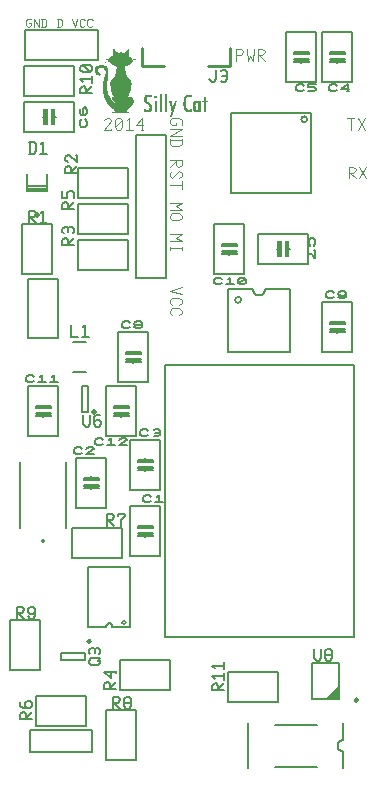
<source format=gbr>
G04 Generated by Ultiboard 13.0 *
%FSLAX24Y24*%
%MOIN*%

%ADD10C,0.0001*%
%ADD11C,0.0080*%
%ADD12C,0.0061*%
%ADD13C,0.0079*%
%ADD14C,0.0098*%
%ADD15C,0.0037*%
%ADD16C,0.0001*%
%ADD17C,0.0100*%
%ADD18C,0.0027*%
%ADD19C,0.01414*%
%ADD20C,0.01969*%


G04 ColorRGB FFFF00 for the following layer *
%LNSilkscreen Top*%
%LPD*%
G54D10*
G54D11*
X-19960Y8788D02*
X-19960Y7292D01*
X-16810Y8217D02*
X-16826Y8216D01*
X-16841Y8214D01*
X-16856Y8211D01*
X-16871Y8206D01*
X-16885Y8201D01*
X-16899Y8193D01*
X-16912Y8185D01*
X-16924Y8176D01*
X-16936Y8165D01*
X-16946Y8154D01*
X-16956Y8142D01*
X-16964Y8129D01*
X-16971Y8115D01*
X-16977Y8101D01*
X-16982Y8086D01*
X-16985Y8071D01*
X-16987Y8055D01*
X-16988Y8040D01*
X-16987Y8025D01*
X-16985Y8009D01*
X-16982Y7994D01*
X-16977Y7979D01*
X-16971Y7965D01*
X-16964Y7951D01*
X-16956Y7938D01*
X-16946Y7926D01*
X-16936Y7915D01*
X-16924Y7904D01*
X-16912Y7895D01*
X-16899Y7887D01*
X-16885Y7879D01*
X-16871Y7874D01*
X-16856Y7869D01*
X-16841Y7866D01*
X-16826Y7864D01*
X-16810Y7863D01*
X-16810Y7292D02*
X-16810Y7863D01*
X-16810Y8217D02*
X-16810Y8788D01*
X-17685Y7340D02*
X-19085Y7340D01*
X-17685Y8740D02*
X-19085Y8740D01*
X-27243Y7826D02*
X-25157Y7826D01*
X-25157Y8574D01*
X-27243Y8574D01*
X-27243Y7826D01*
X-24461Y9267D02*
X-24461Y9661D01*
X-24304Y9661D01*
X-24226Y9582D01*
X-24226Y9543D01*
X-24304Y9464D01*
X-24461Y9464D01*
X-24422Y9464D02*
X-24226Y9267D01*
X-23951Y9267D02*
X-24030Y9267D01*
X-24108Y9346D01*
X-24108Y9424D01*
X-24069Y9464D01*
X-24108Y9503D01*
X-24108Y9582D01*
X-24030Y9661D01*
X-23951Y9661D01*
X-23873Y9582D01*
X-23873Y9503D01*
X-23912Y9464D01*
X-23873Y9424D01*
X-23873Y9346D01*
X-23951Y9267D01*
X-24069Y9464D02*
X-23912Y9464D01*
X-24700Y7567D02*
X-24700Y9233D01*
X-23700Y9233D02*
X-23700Y7567D01*
X-24700Y9233D02*
X-23700Y9233D01*
X-23700Y7567D02*
X-24700Y7567D01*
X-27167Y8934D02*
X-27561Y8934D01*
X-27561Y9091D01*
X-27482Y9169D01*
X-27443Y9169D01*
X-27364Y9091D01*
X-27364Y8934D01*
X-27364Y8973D02*
X-27167Y9169D01*
X-27561Y9482D02*
X-27561Y9365D01*
X-27482Y9286D01*
X-27324Y9286D01*
X-27246Y9286D01*
X-27167Y9365D01*
X-27167Y9443D01*
X-27246Y9522D01*
X-27324Y9522D01*
X-27403Y9443D01*
X-27403Y9365D01*
X-27324Y9286D01*
X-27033Y9700D02*
X-25367Y9700D01*
X-25367Y8700D02*
X-27033Y8700D01*
X-25367Y9700D02*
X-25367Y8700D01*
X-27033Y8700D02*
X-27033Y9700D01*
X-24367Y9934D02*
X-24761Y9934D01*
X-24761Y10091D01*
X-24682Y10169D01*
X-24643Y10169D01*
X-24564Y10091D01*
X-24564Y9934D01*
X-24564Y9973D02*
X-24367Y10169D01*
X-24524Y10522D02*
X-24524Y10286D01*
X-24761Y10482D01*
X-24367Y10482D01*
X-24367Y10443D02*
X-24367Y10522D01*
X-24233Y10900D02*
X-22567Y10900D01*
X-22567Y9900D02*
X-24233Y9900D01*
X-22567Y10900D02*
X-22567Y9900D01*
X-24233Y9900D02*
X-24233Y10900D01*
X-20767Y9881D02*
X-21161Y9881D01*
X-21161Y10038D01*
X-21082Y10116D01*
X-21043Y10116D01*
X-20964Y10038D01*
X-20964Y9881D01*
X-20964Y9920D02*
X-20767Y10116D01*
X-21082Y10273D02*
X-21161Y10351D01*
X-20767Y10351D01*
X-20767Y10234D02*
X-20767Y10469D01*
X-21082Y10626D02*
X-21161Y10704D01*
X-20767Y10704D01*
X-20767Y10586D02*
X-20767Y10822D01*
X-18967Y9500D02*
X-20633Y9500D01*
X-20633Y10500D02*
X-18967Y10500D01*
X-20633Y9500D02*
X-20633Y10500D01*
X-18967Y10500D02*
X-18967Y9500D01*
X-27661Y12267D02*
X-27661Y12661D01*
X-27504Y12661D01*
X-27426Y12582D01*
X-27426Y12543D01*
X-27504Y12464D01*
X-27661Y12464D01*
X-27622Y12464D02*
X-27426Y12267D01*
X-27308Y12346D02*
X-27230Y12267D01*
X-27151Y12267D01*
X-27073Y12346D01*
X-27073Y12503D01*
X-27073Y12582D01*
X-27151Y12661D01*
X-27230Y12661D01*
X-27308Y12582D01*
X-27308Y12503D01*
X-27230Y12424D01*
X-27151Y12424D01*
X-27073Y12503D01*
X-26900Y12233D02*
X-26900Y10567D01*
X-27900Y10567D02*
X-27900Y12233D01*
X-26900Y10567D02*
X-27900Y10567D01*
X-27900Y12233D02*
X-26900Y12233D01*
X-16450Y20728D02*
X-22750Y20728D01*
X-22750Y11672D01*
X-16450Y11672D01*
X-16450Y20728D01*
X-24502Y12021D02*
X-24502Y12030D01*
X-24503Y12038D01*
X-24505Y12047D01*
X-24508Y12055D01*
X-24511Y12063D01*
X-24515Y12070D01*
X-24519Y12078D01*
X-24525Y12085D01*
X-24530Y12091D01*
X-24537Y12097D01*
X-24544Y12102D01*
X-24551Y12106D01*
X-24558Y12110D01*
X-24566Y12114D01*
X-24575Y12116D01*
X-24583Y12118D01*
X-24591Y12119D01*
X-24600Y12120D01*
X-24609Y12119D01*
X-24617Y12118D01*
X-24625Y12116D01*
X-24634Y12114D01*
X-24642Y12110D01*
X-24649Y12106D01*
X-24656Y12102D01*
X-24663Y12097D01*
X-24670Y12091D01*
X-24675Y12085D01*
X-24681Y12078D01*
X-24685Y12070D01*
X-24689Y12063D01*
X-24692Y12055D01*
X-24695Y12047D01*
X-24697Y12038D01*
X-24698Y12030D01*
X-24698Y12021D01*
X-24159Y12141D02*
G75*
D01*
G02X-24159Y12141I59J0*
G01*
X-25300Y12000D02*
X-25300Y14000D01*
X-23900Y12000D02*
X-23900Y14000D01*
X-24506Y12000D02*
X-23900Y12000D01*
X-25306Y12000D02*
X-24700Y12000D01*
X-23891Y14000D02*
X-25300Y14000D01*
X-27576Y17500D02*
X-27576Y15300D01*
X-26024Y15300D02*
X-26024Y17500D01*
X-24661Y15367D02*
X-24661Y15761D01*
X-24504Y15761D01*
X-24426Y15682D01*
X-24426Y15643D01*
X-24504Y15564D01*
X-24661Y15564D01*
X-24622Y15564D02*
X-24426Y15367D01*
X-24191Y15367D02*
X-24191Y15564D01*
X-24073Y15682D01*
X-24073Y15761D01*
X-24308Y15761D01*
X-24308Y15682D01*
X-25833Y15300D02*
X-24167Y15300D01*
X-24167Y14300D02*
X-25833Y14300D01*
X-24167Y15300D02*
X-24167Y14300D01*
X-25833Y14300D02*
X-25833Y15300D01*
X-23189Y16196D02*
X-23278Y16151D01*
X-23367Y16151D01*
X-23456Y16196D01*
X-23456Y16332D01*
X-23367Y16377D01*
X-23278Y16377D01*
X-23189Y16332D01*
X-23011Y16332D02*
X-22922Y16377D01*
X-22922Y16151D01*
X-23056Y16151D02*
X-22789Y16151D01*
X-22900Y16033D02*
X-22900Y14367D01*
X-23900Y14367D02*
X-23900Y16033D01*
X-22900Y14367D02*
X-23900Y14367D01*
X-23400Y15033D02*
X-23400Y14984D01*
X-23900Y16033D02*
X-22900Y16033D01*
X-23650Y15117D02*
X-23150Y15117D01*
X-23650Y15033D02*
X-23150Y15033D01*
X-23650Y15067D02*
X-23150Y15067D01*
X-23150Y15367D02*
X-23650Y15367D01*
X-23150Y15283D02*
X-23650Y15283D01*
X-23650Y15317D02*
X-23150Y15317D01*
X-23400Y15367D02*
X-23400Y15407D01*
X-25489Y17796D02*
X-25578Y17751D01*
X-25667Y17751D01*
X-25756Y17796D01*
X-25756Y17932D01*
X-25667Y17977D01*
X-25578Y17977D01*
X-25489Y17932D01*
X-25356Y17932D02*
X-25267Y17977D01*
X-25178Y17977D01*
X-25089Y17932D01*
X-25089Y17910D01*
X-25356Y17751D01*
X-25089Y17751D01*
X-25089Y17774D01*
X-25700Y15967D02*
X-25700Y17633D01*
X-24700Y17633D02*
X-24700Y15967D01*
X-25700Y17633D02*
X-24700Y17633D01*
X-25200Y16967D02*
X-25200Y17016D01*
X-24700Y15967D02*
X-25700Y15967D01*
X-24950Y16883D02*
X-25450Y16883D01*
X-24950Y16967D02*
X-25450Y16967D01*
X-24950Y16933D02*
X-25450Y16933D01*
X-25450Y16633D02*
X-24950Y16633D01*
X-25450Y16717D02*
X-24950Y16717D01*
X-24950Y16683D02*
X-25450Y16683D01*
X-25200Y16633D02*
X-25200Y16593D01*
X-23289Y18396D02*
X-23378Y18351D01*
X-23467Y18351D01*
X-23556Y18396D01*
X-23556Y18532D01*
X-23467Y18577D01*
X-23378Y18577D01*
X-23289Y18532D01*
X-23111Y18555D02*
X-23067Y18577D01*
X-22978Y18577D01*
X-22889Y18532D01*
X-22889Y18487D01*
X-22933Y18464D01*
X-22889Y18442D01*
X-22889Y18396D01*
X-22978Y18351D01*
X-23067Y18351D01*
X-23111Y18374D01*
X-23067Y18464D02*
X-22933Y18464D01*
X-23900Y16567D02*
X-23900Y18233D01*
X-22900Y18233D02*
X-22900Y16567D01*
X-23900Y18233D02*
X-22900Y18233D01*
X-23400Y17567D02*
X-23400Y17616D01*
X-22900Y16567D02*
X-23900Y16567D01*
X-23150Y17483D02*
X-23650Y17483D01*
X-23150Y17567D02*
X-23650Y17567D01*
X-23150Y17533D02*
X-23650Y17533D01*
X-23650Y17233D02*
X-23150Y17233D01*
X-23650Y17317D02*
X-23150Y17317D01*
X-23150Y17283D02*
X-23650Y17283D01*
X-23400Y17233D02*
X-23400Y17193D01*
X-24789Y18096D02*
X-24878Y18051D01*
X-24967Y18051D01*
X-25056Y18096D01*
X-25056Y18232D01*
X-24967Y18277D01*
X-24878Y18277D01*
X-24789Y18232D01*
X-24611Y18232D02*
X-24522Y18277D01*
X-24522Y18051D01*
X-24656Y18051D02*
X-24389Y18051D01*
X-24256Y18232D02*
X-24167Y18277D01*
X-24078Y18277D01*
X-23989Y18232D01*
X-23989Y18210D01*
X-24256Y18051D01*
X-23989Y18051D01*
X-23989Y18074D01*
X-23700Y20033D02*
X-23700Y18367D01*
X-24700Y18367D02*
X-24700Y20033D01*
X-23700Y18367D02*
X-24700Y18367D01*
X-24200Y19033D02*
X-24200Y18984D01*
X-24700Y20033D02*
X-23700Y20033D01*
X-24450Y19117D02*
X-23950Y19117D01*
X-24450Y19033D02*
X-23950Y19033D01*
X-24450Y19067D02*
X-23950Y19067D01*
X-23950Y19367D02*
X-24450Y19367D01*
X-23950Y19283D02*
X-24450Y19283D01*
X-24450Y19317D02*
X-23950Y19317D01*
X-24200Y19367D02*
X-24200Y19407D01*
X-27089Y20196D02*
X-27178Y20151D01*
X-27267Y20151D01*
X-27356Y20196D01*
X-27356Y20332D01*
X-27267Y20377D01*
X-27178Y20377D01*
X-27089Y20332D01*
X-26911Y20332D02*
X-26822Y20377D01*
X-26822Y20151D01*
X-26956Y20151D02*
X-26689Y20151D01*
X-26511Y20332D02*
X-26422Y20377D01*
X-26422Y20151D01*
X-26556Y20151D02*
X-26289Y20151D01*
X-26300Y20033D02*
X-26300Y18367D01*
X-27300Y18367D02*
X-27300Y20033D01*
X-26300Y18367D02*
X-27300Y18367D01*
X-26800Y19033D02*
X-26800Y18984D01*
X-27300Y20033D02*
X-26300Y20033D01*
X-27050Y19117D02*
X-26550Y19117D01*
X-27050Y19033D02*
X-26550Y19033D01*
X-27050Y19067D02*
X-26550Y19067D01*
X-26550Y19367D02*
X-27050Y19367D01*
X-26550Y19283D02*
X-27050Y19283D01*
X-27050Y19317D02*
X-26550Y19317D01*
X-26800Y19367D02*
X-26800Y19407D01*
X-25498Y20033D02*
X-25498Y19167D01*
X-25302Y19177D02*
X-25302Y20023D01*
X-25302Y20033D02*
X-25498Y20033D01*
X-25498Y19167D02*
X-25302Y19167D01*
X-23889Y21996D02*
X-23978Y21951D01*
X-24067Y21951D01*
X-24156Y21996D01*
X-24156Y22132D01*
X-24067Y22177D01*
X-23978Y22177D01*
X-23889Y22132D01*
X-23578Y21951D02*
X-23667Y21951D01*
X-23756Y21996D01*
X-23756Y22042D01*
X-23711Y22064D01*
X-23756Y22087D01*
X-23756Y22132D01*
X-23667Y22177D01*
X-23578Y22177D01*
X-23489Y22132D01*
X-23489Y22087D01*
X-23533Y22064D01*
X-23489Y22042D01*
X-23489Y21996D01*
X-23578Y21951D01*
X-23711Y22064D02*
X-23533Y22064D01*
X-23300Y21833D02*
X-23300Y20167D01*
X-24300Y20167D02*
X-24300Y21833D01*
X-23300Y20167D02*
X-24300Y20167D01*
X-23800Y20833D02*
X-23800Y20784D01*
X-24300Y21833D02*
X-23300Y21833D01*
X-24050Y20917D02*
X-23550Y20917D01*
X-24050Y20833D02*
X-23550Y20833D01*
X-24050Y20867D02*
X-23550Y20867D01*
X-23550Y21167D02*
X-24050Y21167D01*
X-23550Y21083D02*
X-24050Y21083D01*
X-24050Y21117D02*
X-23550Y21117D01*
X-23800Y21167D02*
X-23800Y21207D01*
X-20643Y23243D02*
X-20643Y21157D01*
X-18557Y21157D01*
X-18557Y23243D01*
X-19797Y23243D02*
X-19796Y23226D01*
X-19794Y23209D01*
X-19790Y23192D01*
X-19785Y23176D01*
X-19778Y23160D01*
X-19770Y23145D01*
X-19761Y23130D01*
X-19751Y23117D01*
X-19739Y23104D01*
X-19727Y23093D01*
X-19713Y23082D01*
X-19698Y23073D01*
X-19683Y23065D01*
X-19667Y23058D01*
X-19651Y23053D01*
X-19634Y23049D01*
X-19617Y23047D01*
X-19600Y23046D01*
X-19583Y23047D01*
X-19566Y23049D01*
X-19549Y23053D01*
X-19533Y23058D01*
X-19517Y23065D01*
X-19502Y23073D01*
X-19487Y23082D01*
X-19473Y23093D01*
X-19461Y23104D01*
X-19449Y23117D01*
X-19439Y23130D01*
X-19430Y23145D01*
X-19422Y23160D01*
X-19415Y23176D01*
X-19410Y23192D01*
X-19406Y23209D01*
X-19404Y23226D01*
X-19403Y23243D01*
X-18557Y23243D02*
X-19403Y23243D01*
X-19797Y23243D02*
X-20643Y23243D01*
X-20398Y22898D02*
G75*
D01*
G02X-20398Y22898I98J0*
G01*
X-17089Y22996D02*
X-17178Y22951D01*
X-17267Y22951D01*
X-17356Y22996D01*
X-17356Y23132D01*
X-17267Y23177D01*
X-17178Y23177D01*
X-17089Y23132D01*
X-16956Y22996D02*
X-16867Y22951D01*
X-16778Y22951D01*
X-16689Y22996D01*
X-16689Y23087D01*
X-16689Y23132D01*
X-16778Y23177D01*
X-16867Y23177D01*
X-16956Y23132D01*
X-16956Y23087D01*
X-16867Y23042D01*
X-16778Y23042D01*
X-16689Y23087D01*
X-16500Y22833D02*
X-16500Y21167D01*
X-17500Y21167D02*
X-17500Y22833D01*
X-16500Y21167D02*
X-17500Y21167D01*
X-17000Y21833D02*
X-17000Y21784D01*
X-17500Y22833D02*
X-16500Y22833D01*
X-17250Y21917D02*
X-16750Y21917D01*
X-17250Y21833D02*
X-16750Y21833D01*
X-17250Y21867D02*
X-16750Y21867D01*
X-16750Y22167D02*
X-17250Y22167D01*
X-16750Y22083D02*
X-17250Y22083D01*
X-17250Y22117D02*
X-16750Y22117D01*
X-17000Y22167D02*
X-17000Y22207D01*
X-27300Y23584D02*
X-27300Y21616D01*
X-26300Y21616D01*
X-26300Y23584D01*
X-27300Y23584D01*
X-22700Y23618D02*
X-22700Y28382D01*
X-23700Y28382D01*
X-23700Y23618D01*
X-22700Y23618D01*
X-20831Y23455D02*
X-20919Y23410D01*
X-21008Y23410D01*
X-21097Y23455D01*
X-21097Y23590D01*
X-21008Y23636D01*
X-20919Y23636D01*
X-20831Y23590D01*
X-20653Y23590D02*
X-20564Y23636D01*
X-20564Y23410D01*
X-20697Y23410D02*
X-20431Y23410D01*
X-20297Y23590D02*
X-20208Y23636D01*
X-20119Y23636D01*
X-20031Y23590D01*
X-20031Y23455D01*
X-20119Y23410D01*
X-20208Y23410D01*
X-20297Y23455D01*
X-20297Y23590D01*
X-20031Y23590D02*
X-20297Y23455D01*
X-20100Y25433D02*
X-20100Y23767D01*
X-21100Y23767D02*
X-21100Y25433D01*
X-20100Y23767D02*
X-21100Y23767D01*
X-20600Y24433D02*
X-20600Y24384D01*
X-21100Y25433D02*
X-20100Y25433D01*
X-20850Y24517D02*
X-20350Y24517D01*
X-20850Y24433D02*
X-20350Y24433D01*
X-20850Y24467D02*
X-20350Y24467D01*
X-20350Y24767D02*
X-20850Y24767D01*
X-20350Y24683D02*
X-20850Y24683D01*
X-20850Y24717D02*
X-20350Y24717D01*
X-20600Y24767D02*
X-20600Y24807D01*
X-27261Y25467D02*
X-27261Y25861D01*
X-27104Y25861D01*
X-27026Y25782D01*
X-27026Y25743D01*
X-27104Y25664D01*
X-27261Y25664D01*
X-27222Y25664D02*
X-27026Y25467D01*
X-26869Y25782D02*
X-26791Y25861D01*
X-26791Y25467D01*
X-26908Y25467D02*
X-26673Y25467D01*
X-27500Y23767D02*
X-27500Y25433D01*
X-26500Y25433D02*
X-26500Y23767D01*
X-27500Y25433D02*
X-26500Y25433D01*
X-26500Y23767D02*
X-27500Y23767D01*
X-25767Y24734D02*
X-26161Y24734D01*
X-26161Y24891D01*
X-26082Y24969D01*
X-26043Y24969D01*
X-25964Y24891D01*
X-25964Y24734D01*
X-25964Y24773D02*
X-25767Y24969D01*
X-26121Y25126D02*
X-26161Y25165D01*
X-26161Y25243D01*
X-26082Y25322D01*
X-26003Y25322D01*
X-25964Y25282D01*
X-25924Y25322D01*
X-25846Y25322D01*
X-25767Y25243D01*
X-25767Y25165D01*
X-25806Y25126D01*
X-25964Y25165D02*
X-25964Y25282D01*
X-23967Y23900D02*
X-25633Y23900D01*
X-25633Y24900D02*
X-23967Y24900D01*
X-25633Y23900D02*
X-25633Y24900D01*
X-23967Y24900D02*
X-23967Y23900D01*
X-17904Y24689D02*
X-17949Y24778D01*
X-17949Y24867D01*
X-17904Y24956D01*
X-17768Y24956D01*
X-17723Y24867D01*
X-17723Y24778D01*
X-17768Y24689D01*
X-17949Y24422D02*
X-17836Y24422D01*
X-17768Y24289D01*
X-17723Y24289D01*
X-17723Y24556D01*
X-17768Y24556D01*
X-19633Y25100D02*
X-17967Y25100D01*
X-17967Y24100D02*
X-19633Y24100D01*
X-17967Y25100D02*
X-17967Y24100D01*
X-18633Y24600D02*
X-18584Y24600D01*
X-19633Y24100D02*
X-19633Y25100D01*
X-18717Y24350D02*
X-18717Y24850D01*
X-18633Y24350D02*
X-18633Y24850D01*
X-18667Y24350D02*
X-18667Y24850D01*
X-18967Y24850D02*
X-18967Y24350D01*
X-18883Y24850D02*
X-18883Y24350D01*
X-18917Y24350D02*
X-18917Y24850D01*
X-18967Y24600D02*
X-19007Y24600D01*
X-25767Y25934D02*
X-26161Y25934D01*
X-26161Y26090D01*
X-26082Y26169D01*
X-26043Y26169D01*
X-25964Y26090D01*
X-25964Y25934D01*
X-25964Y25973D02*
X-25767Y26169D01*
X-26161Y26522D02*
X-26161Y26286D01*
X-26003Y26286D01*
X-26003Y26443D01*
X-25924Y26522D01*
X-25846Y26522D01*
X-25767Y26443D01*
X-25767Y26286D01*
X-23967Y25100D02*
X-25633Y25100D01*
X-25633Y26100D02*
X-23967Y26100D01*
X-25633Y25100D02*
X-25633Y26100D01*
X-23967Y26100D02*
X-23967Y25100D01*
X-17861Y29139D02*
X-17861Y26461D01*
X-20539Y26461D01*
X-20539Y29139D01*
X-17861Y29139D01*
X-18196Y28916D02*
G75*
D01*
G02X-18196Y28916I98J0*
G01*
X-25667Y27134D02*
X-26061Y27134D01*
X-26061Y27290D01*
X-25982Y27369D01*
X-25943Y27369D01*
X-25864Y27290D01*
X-25864Y27134D01*
X-25864Y27173D02*
X-25667Y27369D01*
X-25982Y27486D02*
X-26061Y27565D01*
X-26061Y27643D01*
X-25982Y27722D01*
X-25943Y27722D01*
X-25667Y27486D01*
X-25667Y27722D01*
X-25706Y27722D01*
X-23967Y26300D02*
X-25633Y26300D01*
X-25633Y27300D02*
X-23967Y27300D01*
X-25633Y26300D02*
X-25633Y27300D01*
X-23967Y27300D02*
X-23967Y26300D01*
X-25396Y28911D02*
X-25351Y28822D01*
X-25351Y28733D01*
X-25396Y28644D01*
X-25532Y28644D01*
X-25577Y28733D01*
X-25577Y28822D01*
X-25532Y28911D01*
X-25577Y29267D02*
X-25577Y29133D01*
X-25532Y29044D01*
X-25442Y29044D01*
X-25396Y29044D01*
X-25351Y29133D01*
X-25351Y29222D01*
X-25396Y29311D01*
X-25442Y29311D01*
X-25487Y29222D01*
X-25487Y29133D01*
X-25442Y29044D01*
X-27433Y29500D02*
X-25767Y29500D01*
X-25767Y28500D02*
X-27433Y28500D01*
X-25767Y29500D02*
X-25767Y28500D01*
X-26433Y29000D02*
X-26384Y29000D01*
X-27433Y28500D02*
X-27433Y29500D01*
X-26517Y28750D02*
X-26517Y29250D01*
X-26433Y28750D02*
X-26433Y29250D01*
X-26467Y28750D02*
X-26467Y29250D01*
X-26767Y29250D02*
X-26767Y28750D01*
X-26683Y29250D02*
X-26683Y28750D01*
X-26717Y28750D02*
X-26717Y29250D01*
X-26767Y29000D02*
X-26807Y29000D01*
X-25167Y29781D02*
X-25561Y29781D01*
X-25561Y29938D01*
X-25482Y30016D01*
X-25443Y30016D01*
X-25364Y29938D01*
X-25364Y29781D01*
X-25364Y29820D02*
X-25167Y30016D01*
X-25482Y30173D02*
X-25561Y30251D01*
X-25167Y30251D01*
X-25167Y30134D02*
X-25167Y30369D01*
X-25482Y30486D02*
X-25561Y30565D01*
X-25561Y30643D01*
X-25482Y30722D01*
X-25246Y30722D01*
X-25167Y30643D01*
X-25167Y30565D01*
X-25246Y30486D01*
X-25482Y30486D01*
X-25482Y30722D02*
X-25246Y30486D01*
X-25767Y29700D02*
X-27433Y29700D01*
X-27433Y30700D02*
X-25767Y30700D01*
X-27433Y29700D02*
X-27433Y30700D01*
X-25767Y30700D02*
X-25767Y29700D01*
X-18089Y29896D02*
X-18178Y29851D01*
X-18267Y29851D01*
X-18356Y29896D01*
X-18356Y30032D01*
X-18267Y30077D01*
X-18178Y30077D01*
X-18089Y30032D01*
X-17689Y30077D02*
X-17956Y30077D01*
X-17956Y29987D01*
X-17778Y29987D01*
X-17689Y29942D01*
X-17689Y29896D01*
X-17778Y29851D01*
X-17956Y29851D01*
X-17700Y31833D02*
X-17700Y30167D01*
X-18700Y30167D02*
X-18700Y31833D01*
X-17700Y30167D02*
X-18700Y30167D01*
X-18200Y30833D02*
X-18200Y30784D01*
X-18700Y31833D02*
X-17700Y31833D01*
X-18450Y30917D02*
X-17950Y30917D01*
X-18450Y30833D02*
X-17950Y30833D01*
X-18450Y30867D02*
X-17950Y30867D01*
X-17950Y31167D02*
X-18450Y31167D01*
X-17950Y31083D02*
X-18450Y31083D01*
X-18450Y31117D02*
X-17950Y31117D01*
X-18200Y31167D02*
X-18200Y31207D01*
X-16989Y29896D02*
X-17078Y29851D01*
X-17167Y29851D01*
X-17256Y29896D01*
X-17256Y30032D01*
X-17167Y30077D01*
X-17078Y30077D01*
X-16989Y30032D01*
X-16589Y29942D02*
X-16856Y29942D01*
X-16633Y30077D01*
X-16633Y29851D01*
X-16678Y29851D02*
X-16589Y29851D01*
X-16500Y31833D02*
X-16500Y30167D01*
X-17500Y30167D02*
X-17500Y31833D01*
X-16500Y30167D02*
X-17500Y30167D01*
X-17000Y30833D02*
X-17000Y30784D01*
X-17500Y31833D02*
X-16500Y31833D01*
X-17250Y30917D02*
X-16750Y30917D01*
X-17250Y30833D02*
X-16750Y30833D01*
X-17250Y30867D02*
X-16750Y30867D01*
X-16750Y31167D02*
X-17250Y31167D01*
X-16750Y31083D02*
X-17250Y31083D01*
X-17250Y31117D02*
X-16750Y31117D01*
X-17000Y31167D02*
X-17000Y31207D01*
X-24980Y31900D02*
X-27420Y31900D01*
X-27420Y30900D01*
X-24980Y30900D01*
X-24980Y31900D01*
G54D12*
X-17761Y11261D02*
X-17761Y10946D01*
X-17682Y10867D01*
X-17604Y10867D01*
X-17526Y10946D01*
X-17526Y11261D01*
X-17251Y10867D02*
X-17330Y10867D01*
X-17408Y10946D01*
X-17408Y11024D01*
X-17369Y11064D01*
X-17408Y11103D01*
X-17408Y11182D01*
X-17330Y11261D01*
X-17251Y11261D01*
X-17173Y11182D01*
X-17173Y11103D01*
X-17212Y11064D01*
X-17173Y11024D01*
X-17173Y10946D01*
X-17251Y10867D01*
X-17369Y11064D02*
X-17212Y11064D01*
X-24969Y10711D02*
X-24890Y10789D01*
X-24890Y10868D01*
X-24969Y10946D01*
X-25205Y10946D01*
X-25283Y10868D01*
X-25283Y10789D01*
X-25205Y10711D01*
X-24969Y10711D01*
X-24969Y10868D02*
X-24890Y10946D01*
X-25244Y11103D02*
X-25283Y11142D01*
X-25283Y11220D01*
X-25205Y11299D01*
X-25126Y11299D01*
X-25087Y11260D01*
X-25047Y11299D01*
X-24969Y11299D01*
X-24890Y11220D01*
X-24890Y11142D01*
X-24929Y11103D01*
X-25087Y11142D02*
X-25087Y11260D01*
X-25461Y19061D02*
X-25461Y18746D01*
X-25383Y18668D01*
X-25304Y18668D01*
X-25226Y18746D01*
X-25226Y19061D01*
X-24913Y19061D02*
X-25031Y19061D01*
X-25109Y18982D01*
X-25109Y18825D01*
X-25109Y18746D01*
X-25031Y18668D01*
X-24952Y18668D01*
X-24874Y18746D01*
X-24874Y18825D01*
X-24952Y18904D01*
X-25031Y18904D01*
X-25109Y18825D01*
X-25861Y22061D02*
X-25861Y21667D01*
X-25626Y21667D01*
X-25469Y21982D02*
X-25390Y22061D01*
X-25390Y21667D01*
X-25508Y21667D02*
X-25273Y21667D01*
X-27261Y27767D02*
X-27104Y27767D01*
X-27026Y27846D01*
X-27026Y28082D01*
X-27104Y28161D01*
X-27261Y28161D01*
X-27222Y28161D02*
X-27222Y27767D01*
X-26869Y28082D02*
X-26790Y28161D01*
X-26790Y27767D01*
X-26908Y27767D02*
X-26673Y27767D01*
X-21261Y30246D02*
X-21182Y30167D01*
X-21104Y30167D01*
X-21026Y30246D01*
X-21026Y30561D01*
X-20869Y30521D02*
X-20830Y30561D01*
X-20751Y30561D01*
X-20673Y30482D01*
X-20673Y30403D01*
X-20712Y30364D01*
X-20673Y30324D01*
X-20673Y30246D01*
X-20751Y30167D01*
X-20830Y30167D01*
X-20869Y30206D01*
X-20830Y30364D02*
X-20712Y30364D01*
G54D13*
X-16947Y10791D02*
X-17853Y10791D01*
X-17853Y9609D02*
X-16947Y9609D01*
X-16947Y10791D01*
X-17026Y9609D02*
X-16947Y9688D01*
X-17105Y9609D02*
X-16947Y9767D01*
X-17183Y9609D02*
X-16947Y9846D01*
X-17262Y9609D02*
X-16947Y9924D01*
X-17341Y9609D02*
X-16947Y10003D01*
X-17853Y10791D02*
X-17853Y9609D01*
X-26194Y11118D02*
X-26194Y10882D01*
X-25406Y10882D02*
X-25406Y11118D01*
X-26194Y11118D01*
X-26194Y10882D02*
X-25406Y10882D01*
X-25817Y20508D02*
X-25383Y20508D01*
X-25817Y21492D02*
X-25383Y21492D01*
X-25817Y21492D02*
X-25383Y21492D01*
X-26665Y26524D02*
X-26665Y27076D01*
X-27335Y26524D02*
X-27335Y27076D01*
X-26665Y26524D02*
X-27335Y26524D01*
X-26665Y26603D02*
X-27335Y26603D01*
X-26665Y26682D02*
X-27335Y26682D01*
G54D14*
X-16406Y9550D02*
G75*
D01*
G02X-16406Y9550I49J0*
G01*
X-25318Y11512D02*
G75*
D01*
G02X-25318Y11512I49J0*
G01*
X-27049Y25717D02*
G75*
D01*
G02X-27049Y25717I49J0*
G01*
G54D15*
X-16614Y26943D02*
X-16614Y27336D01*
X-16457Y27336D01*
X-16378Y27257D01*
X-16378Y27218D01*
X-16457Y27139D01*
X-16614Y27139D01*
X-16574Y27139D02*
X-16378Y26943D01*
X-16261Y27336D02*
X-16026Y26943D01*
X-16261Y26943D02*
X-16026Y27336D01*
X-16543Y28567D02*
X-16543Y28961D01*
X-16661Y28961D02*
X-16426Y28961D01*
X-16308Y28961D02*
X-16073Y28567D01*
X-16308Y28567D02*
X-16073Y28961D01*
X-20361Y30867D02*
X-20361Y31261D01*
X-20204Y31261D01*
X-20126Y31182D01*
X-20126Y31143D01*
X-20204Y31064D01*
X-20361Y31064D01*
X-20008Y31261D02*
X-19969Y30867D01*
X-19890Y31024D01*
X-19812Y30867D01*
X-19773Y31261D01*
X-19655Y30867D02*
X-19655Y31261D01*
X-19499Y31261D01*
X-19420Y31182D01*
X-19420Y31143D01*
X-19499Y31064D01*
X-19655Y31064D01*
X-19616Y31064D02*
X-19420Y30867D01*
X-22385Y28804D02*
X-22385Y28726D01*
X-22503Y28726D01*
X-22582Y28804D01*
X-22582Y28882D01*
X-22503Y28961D01*
X-22267Y28961D01*
X-22188Y28882D01*
X-22188Y28726D01*
X-22582Y28608D02*
X-22188Y28608D01*
X-22582Y28373D01*
X-22188Y28373D01*
X-22582Y28255D02*
X-22582Y28099D01*
X-22503Y28020D01*
X-22267Y28020D01*
X-22188Y28099D01*
X-22188Y28255D01*
X-22188Y28216D02*
X-22582Y28216D01*
X-22582Y27550D02*
X-22188Y27550D01*
X-22188Y27393D01*
X-22267Y27315D01*
X-22306Y27315D01*
X-22385Y27393D01*
X-22385Y27550D01*
X-22385Y27511D02*
X-22582Y27315D01*
X-22503Y27197D02*
X-22582Y27119D01*
X-22582Y27040D01*
X-22503Y26962D01*
X-22267Y27197D01*
X-22188Y27119D01*
X-22188Y27040D01*
X-22267Y26962D01*
X-22582Y26727D02*
X-22188Y26727D01*
X-22188Y26844D02*
X-22188Y26609D01*
X-22582Y26139D02*
X-22188Y26139D01*
X-22385Y26021D01*
X-22188Y25904D01*
X-22582Y25904D01*
X-22503Y25786D02*
X-22582Y25708D01*
X-22582Y25629D01*
X-22503Y25551D01*
X-22267Y25551D01*
X-22188Y25629D01*
X-22188Y25708D01*
X-22267Y25786D01*
X-22503Y25786D01*
X-22582Y25080D02*
X-22188Y25080D01*
X-22385Y24963D01*
X-22188Y24845D01*
X-22582Y24845D01*
X-22582Y24649D02*
X-22582Y24571D01*
X-22188Y24649D02*
X-22188Y24571D01*
X-22582Y24610D02*
X-22188Y24610D01*
X-22188Y23317D02*
X-22582Y23199D01*
X-22188Y23082D01*
X-22503Y22729D02*
X-22582Y22807D01*
X-22582Y22886D01*
X-22503Y22964D01*
X-22267Y22964D01*
X-22188Y22886D01*
X-22188Y22807D01*
X-22267Y22729D01*
X-22503Y22376D02*
X-22582Y22454D01*
X-22582Y22533D01*
X-22503Y22611D01*
X-22267Y22611D01*
X-22188Y22533D01*
X-22188Y22454D01*
X-22267Y22376D01*
X-24761Y28882D02*
X-24682Y28961D01*
X-24604Y28961D01*
X-24526Y28882D01*
X-24526Y28843D01*
X-24761Y28567D01*
X-24526Y28567D01*
X-24526Y28606D01*
X-24408Y28882D02*
X-24330Y28961D01*
X-24251Y28961D01*
X-24173Y28882D01*
X-24173Y28646D01*
X-24251Y28567D01*
X-24330Y28567D01*
X-24408Y28646D01*
X-24408Y28882D01*
X-24173Y28882D02*
X-24408Y28646D01*
X-24016Y28882D02*
X-23938Y28961D01*
X-23938Y28567D01*
X-24055Y28567D02*
X-23820Y28567D01*
X-23467Y28724D02*
X-23703Y28724D01*
X-23507Y28961D01*
X-23507Y28567D01*
X-23546Y28567D02*
X-23467Y28567D01*
G54D16*
G36*
X-24473Y31248D02*
X-24473Y31248D01*
X-24435Y31248D01*
X-24435Y31265D01*
X-24473Y31265D01*
X-24473Y31248D01*
D02*
G37*
G36*
X-23960Y31248D02*
X-23960Y31248D01*
X-23941Y31248D01*
X-23941Y31265D01*
X-23960Y31265D01*
X-23960Y31248D01*
D02*
G37*
G36*
X-24473Y31230D02*
X-24473Y31230D01*
X-24416Y31230D01*
X-24416Y31248D01*
X-24473Y31248D01*
X-24473Y31230D01*
D02*
G37*
G36*
X-23979Y31230D02*
X-23979Y31230D01*
X-23941Y31230D01*
X-23941Y31248D01*
X-23979Y31248D01*
X-23979Y31230D01*
D02*
G37*
G36*
X-24473Y31213D02*
X-24473Y31213D01*
X-24397Y31213D01*
X-24397Y31230D01*
X-24473Y31230D01*
X-24473Y31213D01*
D02*
G37*
G36*
X-23998Y31213D02*
X-23998Y31213D01*
X-23941Y31213D01*
X-23941Y31230D01*
X-23998Y31230D01*
X-23998Y31213D01*
D02*
G37*
G36*
X-24473Y31195D02*
X-24473Y31195D01*
X-24397Y31195D01*
X-24397Y31213D01*
X-24473Y31213D01*
X-24473Y31195D01*
D02*
G37*
G36*
X-24017Y31195D02*
X-24017Y31195D01*
X-23941Y31195D01*
X-23941Y31213D01*
X-24017Y31213D01*
X-24017Y31195D01*
D02*
G37*
G36*
X-24473Y31178D02*
X-24473Y31178D01*
X-24378Y31178D01*
X-24378Y31195D01*
X-24473Y31195D01*
X-24473Y31178D01*
D02*
G37*
G36*
X-24036Y31178D02*
X-24036Y31178D01*
X-23941Y31178D01*
X-23941Y31195D01*
X-24036Y31195D01*
X-24036Y31178D01*
D02*
G37*
G36*
X-24473Y31161D02*
X-24473Y31161D01*
X-24359Y31161D01*
X-24359Y31178D01*
X-24473Y31178D01*
X-24473Y31161D01*
D02*
G37*
G36*
X-24055Y31161D02*
X-24055Y31161D01*
X-23941Y31161D01*
X-23941Y31178D01*
X-24055Y31178D01*
X-24055Y31161D01*
D02*
G37*
G36*
X-24473Y31143D02*
X-24473Y31143D01*
X-24340Y31143D01*
X-24340Y31161D01*
X-24473Y31161D01*
X-24473Y31143D01*
D02*
G37*
G36*
X-24074Y31143D02*
X-24074Y31143D01*
X-23941Y31143D01*
X-23941Y31161D01*
X-24074Y31161D01*
X-24074Y31143D01*
D02*
G37*
G36*
X-24473Y31126D02*
X-24473Y31126D01*
X-24321Y31126D01*
X-24321Y31143D01*
X-24473Y31143D01*
X-24473Y31126D01*
D02*
G37*
G36*
X-24226Y31126D02*
X-24226Y31126D01*
X-24188Y31126D01*
X-24188Y31143D01*
X-24226Y31143D01*
X-24226Y31126D01*
D02*
G37*
G36*
X-24074Y31126D02*
X-24074Y31126D01*
X-23941Y31126D01*
X-23941Y31143D01*
X-24074Y31143D01*
X-24074Y31126D01*
D02*
G37*
G36*
X-24473Y31108D02*
X-24473Y31108D01*
X-24112Y31108D01*
X-24112Y31126D01*
X-24473Y31126D01*
X-24473Y31108D01*
D02*
G37*
G36*
X-24093Y31108D02*
X-24093Y31108D01*
X-23941Y31108D01*
X-23941Y31126D01*
X-24093Y31126D01*
X-24093Y31108D01*
D02*
G37*
G36*
X-24473Y31091D02*
X-24473Y31091D01*
X-23941Y31091D01*
X-23941Y31108D01*
X-24473Y31108D01*
X-24473Y31091D01*
D02*
G37*
G36*
X-24473Y31073D02*
X-24473Y31073D01*
X-23941Y31073D01*
X-23941Y31091D01*
X-24473Y31091D01*
X-24473Y31073D01*
D02*
G37*
G36*
X-24473Y31056D02*
X-24473Y31056D01*
X-23941Y31056D01*
X-23941Y31074D01*
X-24473Y31073D01*
X-24473Y31056D01*
D02*
G37*
G36*
X-24473Y31039D02*
X-24473Y31039D01*
X-23941Y31039D01*
X-23941Y31056D01*
X-24473Y31056D01*
X-24473Y31039D01*
D02*
G37*
G36*
X-24511Y31021D02*
X-24511Y31021D01*
X-23941Y31021D01*
X-23941Y31039D01*
X-24511Y31039D01*
X-24511Y31021D01*
D02*
G37*
G36*
X-24530Y31004D02*
X-24530Y31004D01*
X-23922Y31004D01*
X-23922Y31021D01*
X-24530Y31021D01*
X-24530Y31004D01*
D02*
G37*
G36*
X-24568Y30986D02*
X-24568Y30986D01*
X-23903Y30986D01*
X-23903Y31004D01*
X-24568Y31004D01*
X-24568Y30986D01*
D02*
G37*
G36*
X-24587Y30969D02*
X-24587Y30969D01*
X-23884Y30969D01*
X-23884Y30986D01*
X-24587Y30986D01*
X-24587Y30969D01*
D02*
G37*
G36*
X-24587Y30952D02*
X-24587Y30952D01*
X-23865Y30952D01*
X-23865Y30969D01*
X-24587Y30969D01*
X-24587Y30952D01*
D02*
G37*
G36*
X-24606Y30934D02*
X-24606Y30934D01*
X-23846Y30934D01*
X-23846Y30952D01*
X-24606Y30952D01*
X-24606Y30934D01*
D02*
G37*
G36*
X-24606Y30917D02*
X-24606Y30917D01*
X-23827Y30917D01*
X-23827Y30934D01*
X-24606Y30934D01*
X-24606Y30917D01*
D02*
G37*
G36*
X-24720Y30899D02*
X-24720Y30899D01*
X-24644Y30899D01*
X-24644Y30917D01*
X-24720Y30917D01*
X-24720Y30899D01*
D02*
G37*
G36*
X-24625Y30899D02*
X-24625Y30899D01*
X-23827Y30899D01*
X-23827Y30917D01*
X-24625Y30917D01*
X-24625Y30899D01*
D02*
G37*
G36*
X-23789Y30899D02*
X-23789Y30899D01*
X-23713Y30899D01*
X-23713Y30917D01*
X-23789Y30917D01*
X-23789Y30899D01*
D02*
G37*
G36*
X-24644Y30882D02*
X-24644Y30882D01*
X-23770Y30882D01*
X-23770Y30899D01*
X-24644Y30899D01*
X-24644Y30882D01*
D02*
G37*
G36*
X-24625Y30864D02*
X-24625Y30864D01*
X-23789Y30864D01*
X-23789Y30882D01*
X-24625Y30882D01*
X-24625Y30864D01*
D02*
G37*
G36*
X-24739Y30847D02*
X-24739Y30847D01*
X-23694Y30847D01*
X-23694Y30864D01*
X-24739Y30864D01*
X-24739Y30847D01*
D02*
G37*
G36*
X-24644Y30830D02*
X-24644Y30830D01*
X-23789Y30830D01*
X-23789Y30847D01*
X-24644Y30847D01*
X-24644Y30830D01*
D02*
G37*
G36*
X-24701Y30812D02*
X-24701Y30812D01*
X-24625Y30812D01*
X-24625Y30830D01*
X-24701Y30830D01*
X-24701Y30812D01*
D02*
G37*
G36*
X-24587Y30812D02*
X-24587Y30812D01*
X-23827Y30812D01*
X-23827Y30830D01*
X-24587Y30830D01*
X-24587Y30812D01*
D02*
G37*
G36*
X-23789Y30812D02*
X-23789Y30812D01*
X-23732Y30812D01*
X-23732Y30830D01*
X-23789Y30830D01*
X-23789Y30812D01*
D02*
G37*
G36*
X-24739Y30795D02*
X-24739Y30795D01*
X-24701Y30795D01*
X-24701Y30812D01*
X-24739Y30812D01*
X-24739Y30795D01*
D02*
G37*
G36*
X-24568Y30795D02*
X-24568Y30795D01*
X-23827Y30795D01*
X-23827Y30812D01*
X-24568Y30812D01*
X-24568Y30795D01*
D02*
G37*
G36*
X-23713Y30795D02*
X-23713Y30795D01*
X-23694Y30795D01*
X-23694Y30812D01*
X-23713Y30812D01*
X-23713Y30795D01*
D02*
G37*
G36*
X-24549Y30777D02*
X-24549Y30777D01*
X-23846Y30777D01*
X-23846Y30795D01*
X-24549Y30795D01*
X-24549Y30777D01*
D02*
G37*
G36*
X-24530Y30760D02*
X-24530Y30760D01*
X-23865Y30760D01*
X-23865Y30777D01*
X-24530Y30777D01*
X-24530Y30760D01*
D02*
G37*
G36*
X-24511Y30742D02*
X-24511Y30742D01*
X-23903Y30742D01*
X-23903Y30760D01*
X-24511Y30760D01*
X-24511Y30742D01*
D02*
G37*
G36*
X-24473Y30725D02*
X-24473Y30725D01*
X-23941Y30725D01*
X-23941Y30742D01*
X-24473Y30742D01*
X-24473Y30725D01*
D02*
G37*
G36*
X-24948Y30708D02*
X-24948Y30708D01*
X-24758Y30708D01*
X-24758Y30725D01*
X-24948Y30725D01*
X-24948Y30708D01*
D02*
G37*
G36*
X-24435Y30708D02*
X-24435Y30708D01*
X-23979Y30708D01*
X-23979Y30725D01*
X-24435Y30725D01*
X-24435Y30708D01*
D02*
G37*
G36*
X-24986Y30690D02*
X-24986Y30690D01*
X-24720Y30690D01*
X-24720Y30708D01*
X-24986Y30708D01*
X-24986Y30690D01*
D02*
G37*
G36*
X-24359Y30690D02*
X-24359Y30690D01*
X-24017Y30690D01*
X-24017Y30708D01*
X-24359Y30708D01*
X-24359Y30690D01*
D02*
G37*
G36*
X-25024Y30673D02*
X-25024Y30673D01*
X-24682Y30673D01*
X-24682Y30690D01*
X-25024Y30690D01*
X-25024Y30673D01*
D02*
G37*
G36*
X-24359Y30673D02*
X-24359Y30673D01*
X-24074Y30673D01*
X-24074Y30690D01*
X-24359Y30690D01*
X-24359Y30673D01*
D02*
G37*
G36*
X-25043Y30655D02*
X-25043Y30655D01*
X-24663Y30655D01*
X-24663Y30673D01*
X-25043Y30673D01*
X-25043Y30655D01*
D02*
G37*
G36*
X-24340Y30655D02*
X-24340Y30655D01*
X-24074Y30655D01*
X-24074Y30673D01*
X-24340Y30673D01*
X-24340Y30655D01*
D02*
G37*
G36*
X-25062Y30638D02*
X-25062Y30638D01*
X-24663Y30638D01*
X-24663Y30655D01*
X-25062Y30655D01*
X-25062Y30638D01*
D02*
G37*
G36*
X-24340Y30638D02*
X-24340Y30638D01*
X-24074Y30638D01*
X-24074Y30655D01*
X-24340Y30655D01*
X-24340Y30638D01*
D02*
G37*
G36*
X-25062Y30620D02*
X-25062Y30620D01*
X-24644Y30620D01*
X-24644Y30638D01*
X-25062Y30638D01*
X-25062Y30620D01*
D02*
G37*
G36*
X-24340Y30620D02*
X-24340Y30620D01*
X-24074Y30620D01*
X-24074Y30638D01*
X-24340Y30638D01*
X-24340Y30620D01*
D02*
G37*
G36*
X-25081Y30603D02*
X-25081Y30603D01*
X-24929Y30603D01*
X-24929Y30620D01*
X-25081Y30620D01*
X-25081Y30603D01*
D02*
G37*
G36*
X-24777Y30603D02*
X-24777Y30603D01*
X-24644Y30603D01*
X-24644Y30620D01*
X-24777Y30620D01*
X-24777Y30603D01*
D02*
G37*
G36*
X-24340Y30603D02*
X-24340Y30603D01*
X-24074Y30603D01*
X-24074Y30620D01*
X-24340Y30620D01*
X-24340Y30603D01*
D02*
G37*
G36*
X-25081Y30586D02*
X-25081Y30586D01*
X-24948Y30586D01*
X-24948Y30603D01*
X-25081Y30603D01*
X-25081Y30586D01*
D02*
G37*
G36*
X-24758Y30586D02*
X-24758Y30586D01*
X-24625Y30586D01*
X-24625Y30603D01*
X-24758Y30603D01*
X-24758Y30586D01*
D02*
G37*
G36*
X-24359Y30586D02*
X-24359Y30586D01*
X-24074Y30586D01*
X-24074Y30603D01*
X-24359Y30603D01*
X-24359Y30586D01*
D02*
G37*
G36*
X-25081Y30568D02*
X-25081Y30568D01*
X-24967Y30568D01*
X-24967Y30586D01*
X-25081Y30586D01*
X-25081Y30568D01*
D02*
G37*
G36*
X-24758Y30568D02*
X-24758Y30568D01*
X-24625Y30568D01*
X-24625Y30586D01*
X-24758Y30586D01*
X-24758Y30568D01*
D02*
G37*
G36*
X-24359Y30568D02*
X-24359Y30568D01*
X-24074Y30568D01*
X-24074Y30586D01*
X-24359Y30586D01*
X-24359Y30568D01*
D02*
G37*
G36*
X-25081Y30551D02*
X-25081Y30551D01*
X-24967Y30551D01*
X-24967Y30568D01*
X-25081Y30568D01*
X-25081Y30551D01*
D02*
G37*
G36*
X-24739Y30551D02*
X-24739Y30551D01*
X-24625Y30551D01*
X-24625Y30568D01*
X-24739Y30568D01*
X-24739Y30551D01*
D02*
G37*
G36*
X-24359Y30551D02*
X-24359Y30551D01*
X-24074Y30551D01*
X-24074Y30568D01*
X-24359Y30568D01*
X-24359Y30551D01*
D02*
G37*
G36*
X-25081Y30533D02*
X-25081Y30533D01*
X-24986Y30533D01*
X-24986Y30551D01*
X-25081Y30551D01*
X-25081Y30533D01*
D02*
G37*
G36*
X-24739Y30533D02*
X-24739Y30533D01*
X-24625Y30533D01*
X-24625Y30551D01*
X-24739Y30551D01*
X-24739Y30533D01*
D02*
G37*
G36*
X-24359Y30533D02*
X-24359Y30533D01*
X-24074Y30533D01*
X-24074Y30551D01*
X-24359Y30551D01*
X-24359Y30533D01*
D02*
G37*
G36*
X-25081Y30516D02*
X-25081Y30516D01*
X-24986Y30516D01*
X-24986Y30533D01*
X-25081Y30533D01*
X-25081Y30516D01*
D02*
G37*
G36*
X-24739Y30516D02*
X-24739Y30516D01*
X-24625Y30516D01*
X-24625Y30533D01*
X-24739Y30533D01*
X-24739Y30516D01*
D02*
G37*
G36*
X-24359Y30516D02*
X-24359Y30516D01*
X-24055Y30516D01*
X-24055Y30533D01*
X-24359Y30533D01*
X-24359Y30516D01*
D02*
G37*
G36*
X-25081Y30498D02*
X-25081Y30498D01*
X-24967Y30498D01*
X-24967Y30516D01*
X-25081Y30516D01*
X-25081Y30498D01*
D02*
G37*
G36*
X-24720Y30498D02*
X-24720Y30498D01*
X-24625Y30498D01*
X-24625Y30516D01*
X-24720Y30516D01*
X-24720Y30498D01*
D02*
G37*
G36*
X-24359Y30498D02*
X-24359Y30498D01*
X-24055Y30498D01*
X-24055Y30516D01*
X-24359Y30516D01*
X-24359Y30498D01*
D02*
G37*
G36*
X-25081Y30481D02*
X-25081Y30481D01*
X-24967Y30481D01*
X-24967Y30498D01*
X-25081Y30498D01*
X-25081Y30481D01*
D02*
G37*
G36*
X-24720Y30481D02*
X-24720Y30481D01*
X-24625Y30481D01*
X-24625Y30498D01*
X-24720Y30498D01*
X-24720Y30481D01*
D02*
G37*
G36*
X-24359Y30481D02*
X-24359Y30481D01*
X-24055Y30481D01*
X-24055Y30498D01*
X-24359Y30498D01*
X-24359Y30481D01*
D02*
G37*
G36*
X-25081Y30464D02*
X-25081Y30464D01*
X-24948Y30464D01*
X-24948Y30481D01*
X-25081Y30481D01*
X-25081Y30464D01*
D02*
G37*
G36*
X-24720Y30464D02*
X-24720Y30464D01*
X-24625Y30464D01*
X-24625Y30481D01*
X-24720Y30481D01*
X-24720Y30464D01*
D02*
G37*
G36*
X-24359Y30464D02*
X-24359Y30464D01*
X-24055Y30464D01*
X-24055Y30481D01*
X-24359Y30481D01*
X-24359Y30464D01*
D02*
G37*
G36*
X-25062Y30446D02*
X-25062Y30446D01*
X-24948Y30446D01*
X-24948Y30464D01*
X-25062Y30464D01*
X-25062Y30446D01*
D02*
G37*
G36*
X-24720Y30446D02*
X-24720Y30446D01*
X-24625Y30446D01*
X-24625Y30464D01*
X-24720Y30464D01*
X-24720Y30446D01*
D02*
G37*
G36*
X-24378Y30446D02*
X-24378Y30446D01*
X-24055Y30446D01*
X-24055Y30464D01*
X-24378Y30464D01*
X-24378Y30446D01*
D02*
G37*
G36*
X-25043Y30429D02*
X-25043Y30429D01*
X-24910Y30429D01*
X-24910Y30446D01*
X-25043Y30446D01*
X-25043Y30429D01*
D02*
G37*
G36*
X-24720Y30429D02*
X-24720Y30429D01*
X-24625Y30429D01*
X-24625Y30446D01*
X-24720Y30446D01*
X-24720Y30429D01*
D02*
G37*
G36*
X-24378Y30429D02*
X-24378Y30429D01*
X-24036Y30429D01*
X-24036Y30446D01*
X-24378Y30446D01*
X-24378Y30429D01*
D02*
G37*
G36*
X-25043Y30411D02*
X-25043Y30411D01*
X-24891Y30411D01*
X-24891Y30429D01*
X-25043Y30429D01*
X-25043Y30411D01*
D02*
G37*
G36*
X-24720Y30411D02*
X-24720Y30411D01*
X-24625Y30411D01*
X-24625Y30429D01*
X-24720Y30429D01*
X-24720Y30411D01*
D02*
G37*
G36*
X-24378Y30411D02*
X-24378Y30411D01*
X-24036Y30411D01*
X-24036Y30429D01*
X-24378Y30429D01*
X-24378Y30411D01*
D02*
G37*
G36*
X-25024Y30394D02*
X-25024Y30394D01*
X-24872Y30394D01*
X-24872Y30411D01*
X-25024Y30411D01*
X-25024Y30394D01*
D02*
G37*
G36*
X-24739Y30394D02*
X-24739Y30394D01*
X-24625Y30394D01*
X-24625Y30411D01*
X-24739Y30411D01*
X-24739Y30394D01*
D02*
G37*
G36*
X-24397Y30394D02*
X-24397Y30394D01*
X-24036Y30394D01*
X-24036Y30411D01*
X-24397Y30411D01*
X-24397Y30394D01*
D02*
G37*
G36*
X-24986Y30377D02*
X-24986Y30377D01*
X-24872Y30377D01*
X-24872Y30394D01*
X-24986Y30394D01*
X-24986Y30377D01*
D02*
G37*
G36*
X-24739Y30377D02*
X-24739Y30377D01*
X-24625Y30377D01*
X-24625Y30394D01*
X-24739Y30394D01*
X-24739Y30377D01*
D02*
G37*
G36*
X-24397Y30377D02*
X-24397Y30377D01*
X-24017Y30377D01*
X-24017Y30394D01*
X-24397Y30394D01*
X-24397Y30377D01*
D02*
G37*
G36*
X-24948Y30359D02*
X-24948Y30359D01*
X-24891Y30359D01*
X-24891Y30377D01*
X-24948Y30377D01*
X-24948Y30359D01*
D02*
G37*
G36*
X-24739Y30359D02*
X-24739Y30359D01*
X-24625Y30359D01*
X-24625Y30377D01*
X-24739Y30377D01*
X-24739Y30359D01*
D02*
G37*
G36*
X-24416Y30359D02*
X-24416Y30359D01*
X-24017Y30359D01*
X-24017Y30377D01*
X-24416Y30377D01*
X-24416Y30359D01*
D02*
G37*
G36*
X-24739Y30342D02*
X-24739Y30342D01*
X-24625Y30342D01*
X-24625Y30359D01*
X-24739Y30359D01*
X-24739Y30342D01*
D02*
G37*
G36*
X-24416Y30342D02*
X-24416Y30342D01*
X-23998Y30342D01*
X-23998Y30359D01*
X-24416Y30359D01*
X-24416Y30342D01*
D02*
G37*
G36*
X-24739Y30324D02*
X-24739Y30324D01*
X-24625Y30324D01*
X-24625Y30342D01*
X-24739Y30342D01*
X-24739Y30324D01*
D02*
G37*
G36*
X-24435Y30324D02*
X-24435Y30324D01*
X-23998Y30324D01*
X-23998Y30342D01*
X-24435Y30342D01*
X-24435Y30324D01*
D02*
G37*
G36*
X-24758Y30307D02*
X-24758Y30307D01*
X-24625Y30307D01*
X-24625Y30324D01*
X-24758Y30324D01*
X-24758Y30307D01*
D02*
G37*
G36*
X-24435Y30307D02*
X-24435Y30307D01*
X-23979Y30307D01*
X-23979Y30324D01*
X-24435Y30324D01*
X-24435Y30307D01*
D02*
G37*
G36*
X-24758Y30289D02*
X-24758Y30289D01*
X-24644Y30289D01*
X-24644Y30307D01*
X-24758Y30307D01*
X-24758Y30289D01*
D02*
G37*
G36*
X-24454Y30289D02*
X-24454Y30289D01*
X-23960Y30289D01*
X-23960Y30307D01*
X-24454Y30307D01*
X-24454Y30289D01*
D02*
G37*
G36*
X-24758Y30272D02*
X-24758Y30272D01*
X-24644Y30272D01*
X-24644Y30289D01*
X-24758Y30289D01*
X-24758Y30272D01*
D02*
G37*
G36*
X-24473Y30272D02*
X-24473Y30272D01*
X-23941Y30272D01*
X-23941Y30289D01*
X-24473Y30289D01*
X-24473Y30272D01*
D02*
G37*
G36*
X-24758Y30255D02*
X-24758Y30255D01*
X-24644Y30255D01*
X-24644Y30272D01*
X-24758Y30272D01*
X-24758Y30255D01*
D02*
G37*
G36*
X-24492Y30255D02*
X-24492Y30255D01*
X-23922Y30255D01*
X-23922Y30272D01*
X-24492Y30272D01*
X-24492Y30255D01*
D02*
G37*
G36*
X-24777Y30237D02*
X-24777Y30237D01*
X-24644Y30237D01*
X-24644Y30255D01*
X-24777Y30255D01*
X-24777Y30237D01*
D02*
G37*
G36*
X-24511Y30237D02*
X-24511Y30237D01*
X-23903Y30237D01*
X-23903Y30255D01*
X-24511Y30255D01*
X-24511Y30237D01*
D02*
G37*
G36*
X-24777Y30220D02*
X-24777Y30220D01*
X-24644Y30220D01*
X-24644Y30237D01*
X-24777Y30237D01*
X-24777Y30220D01*
D02*
G37*
G36*
X-24530Y30220D02*
X-24530Y30220D01*
X-23903Y30220D01*
X-23903Y30237D01*
X-24530Y30237D01*
X-24530Y30220D01*
D02*
G37*
G36*
X-24777Y30202D02*
X-24777Y30202D01*
X-24644Y30202D01*
X-24644Y30220D01*
X-24777Y30220D01*
X-24777Y30202D01*
D02*
G37*
G36*
X-24530Y30202D02*
X-24530Y30202D01*
X-23884Y30202D01*
X-23884Y30220D01*
X-24530Y30220D01*
X-24530Y30202D01*
D02*
G37*
G36*
X-24777Y30185D02*
X-24777Y30185D01*
X-24663Y30185D01*
X-24663Y30202D01*
X-24777Y30202D01*
X-24777Y30185D01*
D02*
G37*
G36*
X-24549Y30185D02*
X-24549Y30185D01*
X-23865Y30185D01*
X-23865Y30202D01*
X-24549Y30202D01*
X-24549Y30185D01*
D02*
G37*
G36*
X-24796Y30167D02*
X-24796Y30167D01*
X-24663Y30167D01*
X-24663Y30185D01*
X-24796Y30185D01*
X-24796Y30167D01*
D02*
G37*
G36*
X-24549Y30167D02*
X-24549Y30167D01*
X-23865Y30167D01*
X-23865Y30185D01*
X-24549Y30185D01*
X-24549Y30167D01*
D02*
G37*
G36*
X-24796Y30150D02*
X-24796Y30150D01*
X-24663Y30150D01*
X-24663Y30167D01*
X-24796Y30167D01*
X-24796Y30150D01*
D02*
G37*
G36*
X-24568Y30150D02*
X-24568Y30150D01*
X-23865Y30150D01*
X-23865Y30167D01*
X-24568Y30167D01*
X-24568Y30150D01*
D02*
G37*
G36*
X-24796Y30133D02*
X-24796Y30133D01*
X-24663Y30133D01*
X-24663Y30150D01*
X-24796Y30150D01*
X-24796Y30133D01*
D02*
G37*
G36*
X-24568Y30133D02*
X-24568Y30133D01*
X-23865Y30133D01*
X-23865Y30150D01*
X-24568Y30150D01*
X-24568Y30133D01*
D02*
G37*
G36*
X-24796Y30115D02*
X-24796Y30115D01*
X-24663Y30115D01*
X-24663Y30133D01*
X-24796Y30133D01*
X-24796Y30115D01*
D02*
G37*
G36*
X-24568Y30115D02*
X-24568Y30115D01*
X-23865Y30115D01*
X-23865Y30133D01*
X-24568Y30133D01*
X-24568Y30115D01*
D02*
G37*
G36*
X-24796Y30098D02*
X-24796Y30098D01*
X-24663Y30098D01*
X-24663Y30115D01*
X-24796Y30115D01*
X-24796Y30098D01*
D02*
G37*
G36*
X-24568Y30098D02*
X-24568Y30098D01*
X-23846Y30098D01*
X-23846Y30115D01*
X-24568Y30115D01*
X-24568Y30098D01*
D02*
G37*
G36*
X-24796Y30080D02*
X-24796Y30080D01*
X-24663Y30080D01*
X-24663Y30098D01*
X-24796Y30098D01*
X-24796Y30080D01*
D02*
G37*
G36*
X-24568Y30080D02*
X-24568Y30080D01*
X-23846Y30080D01*
X-23846Y30098D01*
X-24568Y30098D01*
X-24568Y30080D01*
D02*
G37*
G36*
X-24796Y30063D02*
X-24796Y30063D01*
X-24663Y30063D01*
X-24663Y30080D01*
X-24796Y30080D01*
X-24796Y30063D01*
D02*
G37*
G36*
X-24568Y30063D02*
X-24568Y30063D01*
X-23846Y30063D01*
X-23846Y30080D01*
X-24568Y30080D01*
X-24568Y30063D01*
D02*
G37*
G36*
X-24796Y30045D02*
X-24796Y30045D01*
X-24663Y30045D01*
X-24663Y30063D01*
X-24796Y30063D01*
X-24796Y30045D01*
D02*
G37*
G36*
X-24568Y30045D02*
X-24568Y30045D01*
X-23865Y30045D01*
X-23865Y30063D01*
X-24568Y30063D01*
X-24568Y30045D01*
D02*
G37*
G36*
X-24796Y30028D02*
X-24796Y30028D01*
X-24663Y30028D01*
X-24663Y30045D01*
X-24796Y30045D01*
X-24796Y30028D01*
D02*
G37*
G36*
X-24568Y30028D02*
X-24568Y30028D01*
X-23865Y30028D01*
X-23865Y30045D01*
X-24568Y30045D01*
X-24568Y30028D01*
D02*
G37*
G36*
X-24796Y30011D02*
X-24796Y30011D01*
X-24663Y30011D01*
X-24663Y30028D01*
X-24796Y30028D01*
X-24796Y30011D01*
D02*
G37*
G36*
X-24568Y30011D02*
X-24568Y30011D01*
X-23865Y30011D01*
X-23865Y30028D01*
X-24568Y30028D01*
X-24568Y30011D01*
D02*
G37*
G36*
X-24796Y29993D02*
X-24796Y29993D01*
X-24663Y29993D01*
X-24663Y30011D01*
X-24796Y30011D01*
X-24796Y29993D01*
D02*
G37*
G36*
X-24549Y29993D02*
X-24549Y29993D01*
X-23865Y29993D01*
X-23865Y30011D01*
X-24549Y30011D01*
X-24549Y29993D01*
D02*
G37*
G36*
X-24815Y29976D02*
X-24815Y29976D01*
X-24663Y29976D01*
X-24663Y29993D01*
X-24815Y29993D01*
X-24815Y29976D01*
D02*
G37*
G36*
X-24549Y29976D02*
X-24549Y29976D01*
X-23865Y29976D01*
X-23865Y29993D01*
X-24549Y29993D01*
X-24549Y29976D01*
D02*
G37*
G36*
X-24815Y29958D02*
X-24815Y29958D01*
X-24663Y29958D01*
X-24663Y29976D01*
X-24815Y29976D01*
X-24815Y29958D01*
D02*
G37*
G36*
X-24549Y29958D02*
X-24549Y29958D01*
X-23865Y29958D01*
X-23865Y29976D01*
X-24549Y29976D01*
X-24549Y29958D01*
D02*
G37*
G36*
X-24815Y29941D02*
X-24815Y29941D01*
X-24663Y29941D01*
X-24663Y29958D01*
X-24815Y29958D01*
X-24815Y29941D01*
D02*
G37*
G36*
X-24549Y29941D02*
X-24549Y29941D01*
X-23865Y29941D01*
X-23865Y29958D01*
X-24549Y29958D01*
X-24549Y29941D01*
D02*
G37*
G36*
X-24796Y29923D02*
X-24796Y29923D01*
X-24663Y29923D01*
X-24663Y29941D01*
X-24796Y29941D01*
X-24796Y29923D01*
D02*
G37*
G36*
X-24549Y29923D02*
X-24549Y29923D01*
X-23884Y29923D01*
X-23884Y29941D01*
X-24549Y29941D01*
X-24549Y29923D01*
D02*
G37*
G36*
X-24815Y29906D02*
X-24815Y29906D01*
X-24663Y29906D01*
X-24663Y29923D01*
X-24815Y29923D01*
X-24815Y29906D01*
D02*
G37*
G36*
X-24549Y29906D02*
X-24549Y29906D01*
X-23884Y29906D01*
X-23884Y29923D01*
X-24549Y29923D01*
X-24549Y29906D01*
D02*
G37*
G36*
X-24796Y29889D02*
X-24796Y29889D01*
X-24663Y29889D01*
X-24663Y29906D01*
X-24796Y29906D01*
X-24796Y29889D01*
D02*
G37*
G36*
X-24530Y29889D02*
X-24530Y29889D01*
X-23884Y29889D01*
X-23884Y29906D01*
X-24530Y29906D01*
X-24530Y29889D01*
D02*
G37*
G36*
X-24796Y29871D02*
X-24796Y29871D01*
X-24663Y29871D01*
X-24663Y29889D01*
X-24796Y29889D01*
X-24796Y29871D01*
D02*
G37*
G36*
X-24530Y29871D02*
X-24530Y29871D01*
X-23884Y29871D01*
X-23884Y29889D01*
X-24530Y29889D01*
X-24530Y29871D01*
D02*
G37*
G36*
X-24796Y29854D02*
X-24796Y29854D01*
X-24663Y29854D01*
X-24663Y29871D01*
X-24796Y29871D01*
X-24796Y29854D01*
D02*
G37*
G36*
X-24530Y29854D02*
X-24530Y29854D01*
X-23903Y29854D01*
X-23903Y29871D01*
X-24530Y29871D01*
X-24530Y29854D01*
D02*
G37*
G36*
X-24796Y29836D02*
X-24796Y29836D01*
X-24644Y29836D01*
X-24644Y29854D01*
X-24796Y29854D01*
X-24796Y29836D01*
D02*
G37*
G36*
X-24530Y29836D02*
X-24530Y29836D01*
X-23903Y29836D01*
X-23903Y29854D01*
X-24530Y29854D01*
X-24530Y29836D01*
D02*
G37*
G36*
X-24796Y29819D02*
X-24796Y29819D01*
X-24644Y29819D01*
X-24644Y29836D01*
X-24796Y29836D01*
X-24796Y29819D01*
D02*
G37*
G36*
X-24511Y29819D02*
X-24511Y29819D01*
X-23903Y29819D01*
X-23903Y29836D01*
X-24511Y29836D01*
X-24511Y29819D01*
D02*
G37*
G36*
X-24796Y29802D02*
X-24796Y29802D01*
X-24644Y29802D01*
X-24644Y29819D01*
X-24796Y29819D01*
X-24796Y29802D01*
D02*
G37*
G36*
X-24511Y29802D02*
X-24511Y29802D01*
X-23903Y29802D01*
X-23903Y29819D01*
X-24511Y29819D01*
X-24511Y29802D01*
D02*
G37*
G36*
X-24796Y29784D02*
X-24796Y29784D01*
X-24644Y29784D01*
X-24644Y29802D01*
X-24796Y29802D01*
X-24796Y29784D01*
D02*
G37*
G36*
X-24511Y29784D02*
X-24511Y29784D01*
X-23922Y29784D01*
X-23922Y29802D01*
X-24511Y29802D01*
X-24511Y29784D01*
D02*
G37*
G36*
X-24796Y29767D02*
X-24796Y29767D01*
X-24644Y29767D01*
X-24644Y29784D01*
X-24796Y29784D01*
X-24796Y29767D01*
D02*
G37*
G36*
X-24492Y29767D02*
X-24492Y29767D01*
X-23922Y29767D01*
X-23922Y29784D01*
X-24492Y29784D01*
X-24492Y29767D01*
D02*
G37*
G36*
X-24796Y29749D02*
X-24796Y29749D01*
X-24625Y29749D01*
X-24625Y29767D01*
X-24796Y29767D01*
X-24796Y29749D01*
D02*
G37*
G36*
X-24492Y29749D02*
X-24492Y29749D01*
X-23922Y29749D01*
X-23922Y29767D01*
X-24492Y29767D01*
X-24492Y29749D01*
D02*
G37*
G36*
X-22915Y29749D02*
X-22915Y29749D01*
X-22839Y29749D01*
X-22839Y29767D01*
X-22915Y29767D01*
X-22915Y29749D01*
D02*
G37*
G36*
X-22744Y29749D02*
X-22744Y29749D01*
X-22668Y29749D01*
X-22668Y29767D01*
X-22744Y29767D01*
X-22744Y29749D01*
D02*
G37*
G36*
X-24777Y29732D02*
X-24777Y29732D01*
X-24625Y29732D01*
X-24625Y29749D01*
X-24777Y29749D01*
X-24777Y29732D01*
D02*
G37*
G36*
X-24492Y29732D02*
X-24492Y29732D01*
X-23941Y29732D01*
X-23941Y29749D01*
X-24492Y29749D01*
X-24492Y29732D01*
D02*
G37*
G36*
X-22915Y29732D02*
X-22915Y29732D01*
X-22839Y29732D01*
X-22839Y29749D01*
X-22915Y29749D01*
X-22915Y29732D01*
D02*
G37*
G36*
X-22744Y29732D02*
X-22744Y29732D01*
X-22668Y29732D01*
X-22668Y29749D01*
X-22744Y29749D01*
X-22744Y29732D01*
D02*
G37*
G36*
X-24777Y29714D02*
X-24777Y29714D01*
X-24625Y29714D01*
X-24625Y29732D01*
X-24777Y29732D01*
X-24777Y29714D01*
D02*
G37*
G36*
X-24473Y29714D02*
X-24473Y29714D01*
X-23941Y29714D01*
X-23941Y29732D01*
X-24473Y29732D01*
X-24473Y29714D01*
D02*
G37*
G36*
X-23352Y29714D02*
X-23352Y29714D01*
X-23219Y29714D01*
X-23219Y29732D01*
X-23352Y29732D01*
X-23352Y29714D01*
D02*
G37*
G36*
X-22915Y29714D02*
X-22915Y29714D01*
X-22839Y29714D01*
X-22839Y29732D01*
X-22915Y29732D01*
X-22915Y29714D01*
D02*
G37*
G36*
X-22744Y29714D02*
X-22744Y29714D01*
X-22668Y29714D01*
X-22668Y29732D01*
X-22744Y29732D01*
X-22744Y29714D01*
D02*
G37*
G36*
X-22003Y29714D02*
X-22003Y29714D01*
X-21870Y29714D01*
X-21870Y29732D01*
X-22003Y29732D01*
X-22003Y29714D01*
D02*
G37*
G36*
X-24777Y29697D02*
X-24777Y29697D01*
X-24606Y29697D01*
X-24606Y29714D01*
X-24777Y29714D01*
X-24777Y29697D01*
D02*
G37*
G36*
X-24473Y29697D02*
X-24473Y29697D01*
X-23941Y29697D01*
X-23941Y29714D01*
X-24473Y29714D01*
X-24473Y29697D01*
D02*
G37*
G36*
X-23390Y29697D02*
X-23390Y29697D01*
X-23181Y29697D01*
X-23181Y29714D01*
X-23390Y29714D01*
X-23390Y29697D01*
D02*
G37*
G36*
X-22915Y29697D02*
X-22915Y29697D01*
X-22839Y29697D01*
X-22839Y29714D01*
X-22915Y29714D01*
X-22915Y29697D01*
D02*
G37*
G36*
X-22744Y29697D02*
X-22744Y29697D01*
X-22668Y29697D01*
X-22668Y29714D01*
X-22744Y29714D01*
X-22744Y29697D01*
D02*
G37*
G36*
X-22041Y29697D02*
X-22041Y29697D01*
X-21851Y29697D01*
X-21851Y29714D01*
X-22041Y29714D01*
X-22041Y29697D01*
D02*
G37*
G36*
X-24777Y29680D02*
X-24777Y29680D01*
X-24606Y29680D01*
X-24606Y29697D01*
X-24777Y29697D01*
X-24777Y29680D01*
D02*
G37*
G36*
X-24454Y29680D02*
X-24454Y29680D01*
X-23960Y29680D01*
X-23960Y29697D01*
X-24454Y29697D01*
X-24454Y29680D01*
D02*
G37*
G36*
X-23409Y29680D02*
X-23409Y29680D01*
X-23181Y29680D01*
X-23181Y29697D01*
X-23409Y29697D01*
X-23409Y29680D01*
D02*
G37*
G36*
X-23086Y29680D02*
X-23086Y29680D01*
X-23010Y29680D01*
X-23010Y29697D01*
X-23086Y29697D01*
X-23086Y29680D01*
D02*
G37*
G36*
X-22915Y29680D02*
X-22915Y29680D01*
X-22839Y29680D01*
X-22839Y29697D01*
X-22915Y29697D01*
X-22915Y29680D01*
D02*
G37*
G36*
X-22744Y29680D02*
X-22744Y29680D01*
X-22668Y29680D01*
X-22668Y29697D01*
X-22744Y29697D01*
X-22744Y29680D01*
D02*
G37*
G36*
X-22060Y29680D02*
X-22060Y29680D01*
X-21851Y29680D01*
X-21851Y29697D01*
X-22060Y29697D01*
X-22060Y29680D01*
D02*
G37*
G36*
X-24758Y29662D02*
X-24758Y29662D01*
X-24587Y29662D01*
X-24587Y29680D01*
X-24758Y29680D01*
X-24758Y29662D01*
D02*
G37*
G36*
X-24454Y29662D02*
X-24454Y29662D01*
X-23960Y29662D01*
X-23960Y29680D01*
X-24454Y29680D01*
X-24454Y29662D01*
D02*
G37*
G36*
X-23409Y29662D02*
X-23409Y29662D01*
X-23181Y29662D01*
X-23181Y29680D01*
X-23409Y29680D01*
X-23409Y29662D01*
D02*
G37*
G36*
X-23105Y29662D02*
X-23105Y29662D01*
X-23010Y29662D01*
X-23010Y29680D01*
X-23105Y29680D01*
X-23105Y29662D01*
D02*
G37*
G36*
X-22915Y29662D02*
X-22915Y29662D01*
X-22839Y29662D01*
X-22839Y29680D01*
X-22915Y29680D01*
X-22915Y29662D01*
D02*
G37*
G36*
X-22744Y29662D02*
X-22744Y29662D01*
X-22668Y29662D01*
X-22668Y29680D01*
X-22744Y29680D01*
X-22744Y29662D01*
D02*
G37*
G36*
X-22079Y29662D02*
X-22079Y29662D01*
X-21851Y29662D01*
X-21851Y29680D01*
X-22079Y29680D01*
X-22079Y29662D01*
D02*
G37*
G36*
X-24758Y29645D02*
X-24758Y29645D01*
X-24587Y29645D01*
X-24587Y29662D01*
X-24758Y29662D01*
X-24758Y29645D01*
D02*
G37*
G36*
X-24511Y29645D02*
X-24511Y29645D01*
X-23884Y29645D01*
X-23884Y29662D01*
X-24511Y29662D01*
X-24511Y29645D01*
D02*
G37*
G36*
X-23428Y29645D02*
X-23428Y29645D01*
X-23314Y29645D01*
X-23314Y29662D01*
X-23428Y29662D01*
X-23428Y29645D01*
D02*
G37*
G36*
X-23219Y29645D02*
X-23219Y29645D01*
X-23181Y29645D01*
X-23181Y29662D01*
X-23219Y29662D01*
X-23219Y29645D01*
D02*
G37*
G36*
X-23105Y29645D02*
X-23105Y29645D01*
X-23010Y29645D01*
X-23010Y29662D01*
X-23105Y29662D01*
X-23105Y29645D01*
D02*
G37*
G36*
X-22915Y29645D02*
X-22915Y29645D01*
X-22839Y29645D01*
X-22839Y29662D01*
X-22915Y29662D01*
X-22915Y29645D01*
D02*
G37*
G36*
X-22744Y29645D02*
X-22744Y29645D01*
X-22668Y29645D01*
X-22668Y29662D01*
X-22744Y29662D01*
X-22744Y29645D01*
D02*
G37*
G36*
X-22079Y29645D02*
X-22079Y29645D01*
X-21965Y29645D01*
X-21965Y29662D01*
X-22079Y29662D01*
X-22079Y29645D01*
D02*
G37*
G36*
X-21870Y29645D02*
X-21870Y29645D01*
X-21851Y29645D01*
X-21851Y29662D01*
X-21870Y29662D01*
X-21870Y29645D01*
D02*
G37*
G36*
X-24758Y29627D02*
X-24758Y29627D01*
X-24568Y29627D01*
X-24568Y29645D01*
X-24758Y29645D01*
X-24758Y29627D01*
D02*
G37*
G36*
X-24511Y29627D02*
X-24511Y29627D01*
X-23846Y29627D01*
X-23846Y29645D01*
X-24511Y29645D01*
X-24511Y29627D01*
D02*
G37*
G36*
X-23447Y29627D02*
X-23447Y29627D01*
X-23352Y29627D01*
X-23352Y29645D01*
X-23447Y29645D01*
X-23447Y29627D01*
D02*
G37*
G36*
X-23105Y29627D02*
X-23105Y29627D01*
X-23010Y29627D01*
X-23010Y29645D01*
X-23105Y29645D01*
X-23105Y29627D01*
D02*
G37*
G36*
X-22915Y29627D02*
X-22915Y29627D01*
X-22839Y29627D01*
X-22839Y29645D01*
X-22915Y29645D01*
X-22915Y29627D01*
D02*
G37*
G36*
X-22744Y29627D02*
X-22744Y29627D01*
X-22668Y29627D01*
X-22668Y29645D01*
X-22744Y29645D01*
X-22744Y29627D01*
D02*
G37*
G36*
X-22098Y29627D02*
X-22098Y29627D01*
X-22003Y29627D01*
X-22003Y29645D01*
X-22098Y29645D01*
X-22098Y29627D01*
D02*
G37*
G36*
X-21452Y29627D02*
X-21452Y29627D01*
X-21376Y29627D01*
X-21376Y29645D01*
X-21452Y29645D01*
X-21452Y29627D01*
D02*
G37*
G36*
X-24758Y29610D02*
X-24758Y29610D01*
X-24568Y29610D01*
X-24568Y29627D01*
X-24758Y29627D01*
X-24758Y29610D01*
D02*
G37*
G36*
X-24511Y29610D02*
X-24511Y29610D01*
X-23827Y29610D01*
X-23827Y29627D01*
X-24511Y29627D01*
X-24511Y29610D01*
D02*
G37*
G36*
X-23447Y29610D02*
X-23447Y29610D01*
X-23352Y29610D01*
X-23352Y29627D01*
X-23447Y29627D01*
X-23447Y29610D01*
D02*
G37*
G36*
X-23086Y29610D02*
X-23086Y29610D01*
X-23010Y29610D01*
X-23010Y29627D01*
X-23086Y29627D01*
X-23086Y29610D01*
D02*
G37*
G36*
X-22915Y29610D02*
X-22915Y29610D01*
X-22839Y29610D01*
X-22839Y29627D01*
X-22915Y29627D01*
X-22915Y29610D01*
D02*
G37*
G36*
X-22744Y29610D02*
X-22744Y29610D01*
X-22668Y29610D01*
X-22668Y29627D01*
X-22744Y29627D01*
X-22744Y29610D01*
D02*
G37*
G36*
X-22098Y29610D02*
X-22098Y29610D01*
X-22003Y29610D01*
X-22003Y29627D01*
X-22098Y29627D01*
X-22098Y29610D01*
D02*
G37*
G36*
X-21452Y29610D02*
X-21452Y29610D01*
X-21376Y29610D01*
X-21376Y29627D01*
X-21452Y29627D01*
X-21452Y29610D01*
D02*
G37*
G36*
X-24739Y29592D02*
X-24739Y29592D01*
X-24549Y29592D01*
X-24549Y29610D01*
X-24739Y29610D01*
X-24739Y29592D01*
D02*
G37*
G36*
X-24511Y29592D02*
X-24511Y29592D01*
X-23808Y29592D01*
X-23808Y29610D01*
X-24511Y29610D01*
X-24511Y29592D01*
D02*
G37*
G36*
X-23447Y29592D02*
X-23447Y29592D01*
X-23352Y29592D01*
X-23352Y29610D01*
X-23447Y29610D01*
X-23447Y29592D01*
D02*
G37*
G36*
X-22915Y29592D02*
X-22915Y29592D01*
X-22839Y29592D01*
X-22839Y29610D01*
X-22915Y29610D01*
X-22915Y29592D01*
D02*
G37*
G36*
X-22744Y29592D02*
X-22744Y29592D01*
X-22668Y29592D01*
X-22668Y29610D01*
X-22744Y29610D01*
X-22744Y29592D01*
D02*
G37*
G36*
X-22117Y29592D02*
X-22117Y29592D01*
X-22022Y29592D01*
X-22022Y29610D01*
X-22117Y29610D01*
X-22117Y29592D01*
D02*
G37*
G36*
X-21452Y29592D02*
X-21452Y29592D01*
X-21376Y29592D01*
X-21376Y29610D01*
X-21452Y29610D01*
X-21452Y29592D01*
D02*
G37*
G36*
X-24739Y29575D02*
X-24739Y29575D01*
X-24530Y29575D01*
X-24530Y29592D01*
X-24739Y29592D01*
X-24739Y29575D01*
D02*
G37*
G36*
X-24492Y29575D02*
X-24492Y29575D01*
X-23789Y29575D01*
X-23789Y29592D01*
X-24492Y29592D01*
X-24492Y29575D01*
D02*
G37*
G36*
X-23447Y29575D02*
X-23447Y29575D01*
X-23352Y29575D01*
X-23352Y29592D01*
X-23447Y29592D01*
X-23447Y29575D01*
D02*
G37*
G36*
X-22915Y29575D02*
X-22915Y29575D01*
X-22839Y29575D01*
X-22839Y29592D01*
X-22915Y29592D01*
X-22915Y29575D01*
D02*
G37*
G36*
X-22744Y29575D02*
X-22744Y29575D01*
X-22668Y29575D01*
X-22668Y29592D01*
X-22744Y29592D01*
X-22744Y29575D01*
D02*
G37*
G36*
X-22117Y29575D02*
X-22117Y29575D01*
X-22022Y29575D01*
X-22022Y29592D01*
X-22117Y29592D01*
X-22117Y29575D01*
D02*
G37*
G36*
X-21452Y29575D02*
X-21452Y29575D01*
X-21376Y29575D01*
X-21376Y29592D01*
X-21452Y29592D01*
X-21452Y29575D01*
D02*
G37*
G36*
X-24720Y29558D02*
X-24720Y29558D01*
X-24530Y29558D01*
X-24530Y29575D01*
X-24720Y29575D01*
X-24720Y29558D01*
D02*
G37*
G36*
X-24492Y29558D02*
X-24492Y29558D01*
X-23770Y29558D01*
X-23770Y29575D01*
X-24492Y29575D01*
X-24492Y29558D01*
D02*
G37*
G36*
X-23447Y29558D02*
X-23447Y29558D01*
X-23352Y29558D01*
X-23352Y29575D01*
X-23447Y29575D01*
X-23447Y29558D01*
D02*
G37*
G36*
X-22915Y29558D02*
X-22915Y29558D01*
X-22839Y29558D01*
X-22839Y29575D01*
X-22915Y29575D01*
X-22915Y29558D01*
D02*
G37*
G36*
X-22744Y29558D02*
X-22744Y29558D01*
X-22668Y29558D01*
X-22668Y29575D01*
X-22744Y29575D01*
X-22744Y29558D01*
D02*
G37*
G36*
X-22117Y29558D02*
X-22117Y29558D01*
X-22041Y29558D01*
X-22041Y29575D01*
X-22117Y29575D01*
X-22117Y29558D01*
D02*
G37*
G36*
X-21452Y29558D02*
X-21452Y29558D01*
X-21376Y29558D01*
X-21376Y29575D01*
X-21452Y29575D01*
X-21452Y29558D01*
D02*
G37*
G36*
X-24720Y29540D02*
X-24720Y29540D01*
X-24511Y29540D01*
X-24511Y29558D01*
X-24720Y29558D01*
X-24720Y29540D01*
D02*
G37*
G36*
X-24473Y29540D02*
X-24473Y29540D01*
X-23770Y29540D01*
X-23770Y29558D01*
X-24473Y29558D01*
X-24473Y29540D01*
D02*
G37*
G36*
X-23447Y29540D02*
X-23447Y29540D01*
X-23352Y29540D01*
X-23352Y29558D01*
X-23447Y29558D01*
X-23447Y29540D01*
D02*
G37*
G36*
X-22915Y29540D02*
X-22915Y29540D01*
X-22839Y29540D01*
X-22839Y29558D01*
X-22915Y29558D01*
X-22915Y29540D01*
D02*
G37*
G36*
X-22744Y29540D02*
X-22744Y29540D01*
X-22668Y29540D01*
X-22668Y29558D01*
X-22744Y29558D01*
X-22744Y29540D01*
D02*
G37*
G36*
X-22117Y29540D02*
X-22117Y29540D01*
X-22041Y29540D01*
X-22041Y29558D01*
X-22117Y29558D01*
X-22117Y29540D01*
D02*
G37*
G36*
X-21452Y29540D02*
X-21452Y29540D01*
X-21376Y29540D01*
X-21376Y29558D01*
X-21452Y29558D01*
X-21452Y29540D01*
D02*
G37*
G36*
X-24720Y29523D02*
X-24720Y29523D01*
X-24492Y29523D01*
X-24492Y29540D01*
X-24720Y29540D01*
X-24720Y29523D01*
D02*
G37*
G36*
X-24454Y29523D02*
X-24454Y29523D01*
X-23770Y29523D01*
X-23770Y29540D01*
X-24454Y29540D01*
X-24454Y29523D01*
D02*
G37*
G36*
X-23428Y29523D02*
X-23428Y29523D01*
X-23333Y29523D01*
X-23333Y29540D01*
X-23428Y29540D01*
X-23428Y29523D01*
D02*
G37*
G36*
X-23086Y29523D02*
X-23086Y29523D01*
X-23010Y29523D01*
X-23010Y29540D01*
X-23086Y29540D01*
X-23086Y29523D01*
D02*
G37*
G36*
X-22915Y29523D02*
X-22915Y29523D01*
X-22839Y29523D01*
X-22839Y29540D01*
X-22915Y29540D01*
X-22915Y29523D01*
D02*
G37*
G36*
X-22744Y29523D02*
X-22744Y29523D01*
X-22668Y29523D01*
X-22668Y29540D01*
X-22744Y29540D01*
X-22744Y29523D01*
D02*
G37*
G36*
X-22611Y29523D02*
X-22611Y29523D01*
X-22535Y29523D01*
X-22535Y29540D01*
X-22611Y29540D01*
X-22611Y29523D01*
D02*
G37*
G36*
X-22421Y29523D02*
X-22421Y29523D01*
X-22345Y29523D01*
X-22345Y29540D01*
X-22421Y29540D01*
X-22421Y29523D01*
D02*
G37*
G36*
X-22117Y29523D02*
X-22117Y29523D01*
X-22041Y29523D01*
X-22041Y29540D01*
X-22117Y29540D01*
X-22117Y29523D01*
D02*
G37*
G36*
X-21756Y29523D02*
X-21756Y29523D01*
X-21642Y29523D01*
X-21642Y29540D01*
X-21756Y29540D01*
X-21756Y29523D01*
D02*
G37*
G36*
X-21623Y29523D02*
X-21623Y29523D01*
X-21547Y29523D01*
X-21547Y29540D01*
X-21623Y29540D01*
X-21623Y29523D01*
D02*
G37*
G36*
X-21490Y29523D02*
X-21490Y29523D01*
X-21319Y29523D01*
X-21319Y29540D01*
X-21490Y29540D01*
X-21490Y29523D01*
D02*
G37*
G36*
X-24701Y29505D02*
X-24701Y29505D01*
X-24473Y29505D01*
X-24473Y29523D01*
X-24701Y29523D01*
X-24701Y29505D01*
D02*
G37*
G36*
X-24454Y29505D02*
X-24454Y29505D01*
X-23770Y29505D01*
X-23770Y29523D01*
X-24454Y29523D01*
X-24454Y29505D01*
D02*
G37*
G36*
X-23428Y29505D02*
X-23428Y29505D01*
X-23333Y29505D01*
X-23333Y29523D01*
X-23428Y29523D01*
X-23428Y29505D01*
D02*
G37*
G36*
X-23086Y29505D02*
X-23086Y29505D01*
X-23010Y29505D01*
X-23010Y29523D01*
X-23086Y29523D01*
X-23086Y29505D01*
D02*
G37*
G36*
X-22915Y29505D02*
X-22915Y29505D01*
X-22839Y29505D01*
X-22839Y29523D01*
X-22915Y29523D01*
X-22915Y29505D01*
D02*
G37*
G36*
X-22744Y29505D02*
X-22744Y29505D01*
X-22668Y29505D01*
X-22668Y29523D01*
X-22744Y29523D01*
X-22744Y29505D01*
D02*
G37*
G36*
X-22592Y29505D02*
X-22592Y29505D01*
X-22516Y29505D01*
X-22516Y29523D01*
X-22592Y29523D01*
X-22592Y29505D01*
D02*
G37*
G36*
X-22421Y29505D02*
X-22421Y29505D01*
X-22345Y29505D01*
X-22345Y29523D01*
X-22421Y29523D01*
X-22421Y29505D01*
D02*
G37*
G36*
X-22117Y29505D02*
X-22117Y29505D01*
X-22041Y29505D01*
X-22041Y29523D01*
X-22117Y29523D01*
X-22117Y29505D01*
D02*
G37*
G36*
X-21775Y29505D02*
X-21775Y29505D01*
X-21547Y29505D01*
X-21547Y29523D01*
X-21775Y29523D01*
X-21775Y29505D01*
D02*
G37*
G36*
X-21490Y29505D02*
X-21490Y29505D01*
X-21319Y29505D01*
X-21319Y29523D01*
X-21490Y29523D01*
X-21490Y29505D01*
D02*
G37*
G36*
X-24682Y29488D02*
X-24682Y29488D01*
X-24454Y29488D01*
X-24454Y29505D01*
X-24682Y29505D01*
X-24682Y29488D01*
D02*
G37*
G36*
X-24435Y29488D02*
X-24435Y29488D01*
X-23770Y29488D01*
X-23770Y29505D01*
X-24435Y29505D01*
X-24435Y29488D01*
D02*
G37*
G36*
X-23409Y29488D02*
X-23409Y29488D01*
X-23314Y29488D01*
X-23314Y29505D01*
X-23409Y29505D01*
X-23409Y29488D01*
D02*
G37*
G36*
X-23086Y29488D02*
X-23086Y29488D01*
X-23010Y29488D01*
X-23010Y29505D01*
X-23086Y29505D01*
X-23086Y29488D01*
D02*
G37*
G36*
X-22915Y29488D02*
X-22915Y29488D01*
X-22839Y29488D01*
X-22839Y29505D01*
X-22915Y29505D01*
X-22915Y29488D01*
D02*
G37*
G36*
X-22744Y29488D02*
X-22744Y29488D01*
X-22668Y29488D01*
X-22668Y29505D01*
X-22744Y29505D01*
X-22744Y29488D01*
D02*
G37*
G36*
X-22592Y29488D02*
X-22592Y29488D01*
X-22516Y29488D01*
X-22516Y29505D01*
X-22592Y29505D01*
X-22592Y29488D01*
D02*
G37*
G36*
X-22421Y29488D02*
X-22421Y29488D01*
X-22345Y29488D01*
X-22345Y29505D01*
X-22421Y29505D01*
X-22421Y29488D01*
D02*
G37*
G36*
X-22136Y29488D02*
X-22136Y29488D01*
X-22041Y29488D01*
X-22041Y29505D01*
X-22136Y29505D01*
X-22136Y29488D01*
D02*
G37*
G36*
X-21775Y29488D02*
X-21775Y29488D01*
X-21547Y29488D01*
X-21547Y29505D01*
X-21775Y29505D01*
X-21775Y29488D01*
D02*
G37*
G36*
X-21490Y29488D02*
X-21490Y29488D01*
X-21319Y29488D01*
X-21319Y29505D01*
X-21490Y29505D01*
X-21490Y29488D01*
D02*
G37*
G36*
X-24682Y29470D02*
X-24682Y29470D01*
X-24435Y29470D01*
X-24435Y29488D01*
X-24682Y29488D01*
X-24682Y29470D01*
D02*
G37*
G36*
X-24416Y29470D02*
X-24416Y29470D01*
X-23770Y29470D01*
X-23770Y29488D01*
X-24416Y29488D01*
X-24416Y29470D01*
D02*
G37*
G36*
X-23409Y29470D02*
X-23409Y29470D01*
X-23276Y29470D01*
X-23276Y29488D01*
X-23409Y29488D01*
X-23409Y29470D01*
D02*
G37*
G36*
X-23086Y29470D02*
X-23086Y29470D01*
X-23010Y29470D01*
X-23010Y29488D01*
X-23086Y29488D01*
X-23086Y29470D01*
D02*
G37*
G36*
X-22915Y29470D02*
X-22915Y29470D01*
X-22839Y29470D01*
X-22839Y29488D01*
X-22915Y29488D01*
X-22915Y29470D01*
D02*
G37*
G36*
X-22744Y29470D02*
X-22744Y29470D01*
X-22668Y29470D01*
X-22668Y29488D01*
X-22744Y29488D01*
X-22744Y29470D01*
D02*
G37*
G36*
X-22592Y29470D02*
X-22592Y29470D01*
X-22516Y29470D01*
X-22516Y29488D01*
X-22592Y29488D01*
X-22592Y29470D01*
D02*
G37*
G36*
X-22421Y29470D02*
X-22421Y29470D01*
X-22364Y29470D01*
X-22364Y29488D01*
X-22421Y29488D01*
X-22421Y29470D01*
D02*
G37*
G36*
X-22136Y29470D02*
X-22136Y29470D01*
X-22041Y29470D01*
X-22041Y29488D01*
X-22136Y29488D01*
X-22136Y29470D01*
D02*
G37*
G36*
X-21794Y29470D02*
X-21794Y29470D01*
X-21680Y29470D01*
X-21680Y29488D01*
X-21794Y29488D01*
X-21794Y29470D01*
D02*
G37*
G36*
X-21661Y29470D02*
X-21661Y29470D01*
X-21547Y29470D01*
X-21547Y29488D01*
X-21661Y29488D01*
X-21661Y29470D01*
D02*
G37*
G36*
X-21452Y29470D02*
X-21452Y29470D01*
X-21376Y29470D01*
X-21376Y29488D01*
X-21452Y29488D01*
X-21452Y29470D01*
D02*
G37*
G36*
X-24663Y29453D02*
X-24663Y29453D01*
X-24416Y29453D01*
X-24416Y29470D01*
X-24663Y29470D01*
X-24663Y29453D01*
D02*
G37*
G36*
X-24397Y29453D02*
X-24397Y29453D01*
X-23770Y29453D01*
X-23770Y29470D01*
X-24397Y29470D01*
X-24397Y29453D01*
D02*
G37*
G36*
X-23390Y29453D02*
X-23390Y29453D01*
X-23257Y29453D01*
X-23257Y29470D01*
X-23390Y29470D01*
X-23390Y29453D01*
D02*
G37*
G36*
X-23086Y29453D02*
X-23086Y29453D01*
X-23010Y29453D01*
X-23010Y29470D01*
X-23086Y29470D01*
X-23086Y29453D01*
D02*
G37*
G36*
X-22915Y29453D02*
X-22915Y29453D01*
X-22839Y29453D01*
X-22839Y29470D01*
X-22915Y29470D01*
X-22915Y29453D01*
D02*
G37*
G36*
X-22744Y29453D02*
X-22744Y29453D01*
X-22668Y29453D01*
X-22668Y29470D01*
X-22744Y29470D01*
X-22744Y29453D01*
D02*
G37*
G36*
X-22592Y29453D02*
X-22592Y29453D01*
X-22516Y29453D01*
X-22516Y29470D01*
X-22592Y29470D01*
X-22592Y29453D01*
D02*
G37*
G36*
X-22440Y29453D02*
X-22440Y29453D01*
X-22364Y29453D01*
X-22364Y29470D01*
X-22440Y29470D01*
X-22440Y29453D01*
D02*
G37*
G36*
X-22136Y29453D02*
X-22136Y29453D01*
X-22041Y29453D01*
X-22041Y29470D01*
X-22136Y29470D01*
X-22136Y29453D01*
D02*
G37*
G36*
X-21794Y29453D02*
X-21794Y29453D01*
X-21718Y29453D01*
X-21718Y29470D01*
X-21794Y29470D01*
X-21794Y29453D01*
D02*
G37*
G36*
X-21623Y29453D02*
X-21623Y29453D01*
X-21547Y29453D01*
X-21547Y29470D01*
X-21623Y29470D01*
X-21623Y29453D01*
D02*
G37*
G36*
X-21452Y29453D02*
X-21452Y29453D01*
X-21376Y29453D01*
X-21376Y29470D01*
X-21452Y29470D01*
X-21452Y29453D01*
D02*
G37*
G36*
X-24663Y29436D02*
X-24663Y29436D01*
X-23789Y29436D01*
X-23789Y29453D01*
X-24663Y29453D01*
X-24663Y29436D01*
D02*
G37*
G36*
X-23371Y29436D02*
X-23371Y29436D01*
X-23238Y29436D01*
X-23238Y29453D01*
X-23371Y29453D01*
X-23371Y29436D01*
D02*
G37*
G36*
X-23086Y29436D02*
X-23086Y29436D01*
X-23010Y29436D01*
X-23010Y29453D01*
X-23086Y29453D01*
X-23086Y29436D01*
D02*
G37*
G36*
X-22915Y29436D02*
X-22915Y29436D01*
X-22839Y29436D01*
X-22839Y29453D01*
X-22915Y29453D01*
X-22915Y29436D01*
D02*
G37*
G36*
X-22744Y29436D02*
X-22744Y29436D01*
X-22668Y29436D01*
X-22668Y29453D01*
X-22744Y29453D01*
X-22744Y29436D01*
D02*
G37*
G36*
X-22573Y29436D02*
X-22573Y29436D01*
X-22516Y29436D01*
X-22516Y29453D01*
X-22573Y29453D01*
X-22573Y29436D01*
D02*
G37*
G36*
X-22440Y29436D02*
X-22440Y29436D01*
X-22364Y29436D01*
X-22364Y29453D01*
X-22440Y29453D01*
X-22440Y29436D01*
D02*
G37*
G36*
X-22136Y29436D02*
X-22136Y29436D01*
X-22041Y29436D01*
X-22041Y29453D01*
X-22136Y29453D01*
X-22136Y29436D01*
D02*
G37*
G36*
X-21794Y29436D02*
X-21794Y29436D01*
X-21718Y29436D01*
X-21718Y29453D01*
X-21794Y29453D01*
X-21794Y29436D01*
D02*
G37*
G36*
X-21623Y29436D02*
X-21623Y29436D01*
X-21547Y29436D01*
X-21547Y29453D01*
X-21623Y29453D01*
X-21623Y29436D01*
D02*
G37*
G36*
X-21452Y29436D02*
X-21452Y29436D01*
X-21376Y29436D01*
X-21376Y29453D01*
X-21452Y29453D01*
X-21452Y29436D01*
D02*
G37*
G36*
X-24644Y29418D02*
X-24644Y29418D01*
X-23789Y29418D01*
X-23789Y29436D01*
X-24644Y29436D01*
X-24644Y29418D01*
D02*
G37*
G36*
X-23352Y29418D02*
X-23352Y29418D01*
X-23219Y29418D01*
X-23219Y29436D01*
X-23352Y29436D01*
X-23352Y29418D01*
D02*
G37*
G36*
X-23086Y29418D02*
X-23086Y29418D01*
X-23010Y29418D01*
X-23010Y29436D01*
X-23086Y29436D01*
X-23086Y29418D01*
D02*
G37*
G36*
X-22915Y29418D02*
X-22915Y29418D01*
X-22839Y29418D01*
X-22839Y29436D01*
X-22915Y29436D01*
X-22915Y29418D01*
D02*
G37*
G36*
X-22744Y29418D02*
X-22744Y29418D01*
X-22668Y29418D01*
X-22668Y29436D01*
X-22744Y29436D01*
X-22744Y29418D01*
D02*
G37*
G36*
X-22573Y29418D02*
X-22573Y29418D01*
X-22497Y29418D01*
X-22497Y29436D01*
X-22573Y29436D01*
X-22573Y29418D01*
D02*
G37*
G36*
X-22440Y29418D02*
X-22440Y29418D01*
X-22364Y29418D01*
X-22364Y29436D01*
X-22440Y29436D01*
X-22440Y29418D01*
D02*
G37*
G36*
X-22136Y29418D02*
X-22136Y29418D01*
X-22041Y29418D01*
X-22041Y29436D01*
X-22136Y29436D01*
X-22136Y29418D01*
D02*
G37*
G36*
X-21794Y29418D02*
X-21794Y29418D01*
X-21718Y29418D01*
X-21718Y29436D01*
X-21794Y29436D01*
X-21794Y29418D01*
D02*
G37*
G36*
X-21623Y29418D02*
X-21623Y29418D01*
X-21547Y29418D01*
X-21547Y29436D01*
X-21623Y29436D01*
X-21623Y29418D01*
D02*
G37*
G36*
X-21452Y29418D02*
X-21452Y29418D01*
X-21376Y29418D01*
X-21376Y29436D01*
X-21452Y29436D01*
X-21452Y29418D01*
D02*
G37*
G36*
X-24625Y29401D02*
X-24625Y29401D01*
X-23808Y29401D01*
X-23808Y29418D01*
X-24625Y29418D01*
X-24625Y29401D01*
D02*
G37*
G36*
X-23314Y29401D02*
X-23314Y29401D01*
X-23200Y29401D01*
X-23200Y29418D01*
X-23314Y29418D01*
X-23314Y29401D01*
D02*
G37*
G36*
X-23086Y29401D02*
X-23086Y29401D01*
X-23010Y29401D01*
X-23010Y29418D01*
X-23086Y29418D01*
X-23086Y29401D01*
D02*
G37*
G36*
X-22915Y29401D02*
X-22915Y29401D01*
X-22839Y29401D01*
X-22839Y29418D01*
X-22915Y29418D01*
X-22915Y29401D01*
D02*
G37*
G36*
X-22744Y29401D02*
X-22744Y29401D01*
X-22668Y29401D01*
X-22668Y29418D01*
X-22744Y29418D01*
X-22744Y29401D01*
D02*
G37*
G36*
X-22573Y29401D02*
X-22573Y29401D01*
X-22497Y29401D01*
X-22497Y29418D01*
X-22573Y29418D01*
X-22573Y29401D01*
D02*
G37*
G36*
X-22440Y29401D02*
X-22440Y29401D01*
X-22383Y29401D01*
X-22383Y29418D01*
X-22440Y29418D01*
X-22440Y29401D01*
D02*
G37*
G36*
X-22136Y29401D02*
X-22136Y29401D01*
X-22041Y29401D01*
X-22041Y29418D01*
X-22136Y29418D01*
X-22136Y29401D01*
D02*
G37*
G36*
X-21794Y29401D02*
X-21794Y29401D01*
X-21718Y29401D01*
X-21718Y29418D01*
X-21794Y29418D01*
X-21794Y29401D01*
D02*
G37*
G36*
X-21623Y29401D02*
X-21623Y29401D01*
X-21547Y29401D01*
X-21547Y29418D01*
X-21623Y29418D01*
X-21623Y29401D01*
D02*
G37*
G36*
X-21452Y29401D02*
X-21452Y29401D01*
X-21376Y29401D01*
X-21376Y29418D01*
X-21452Y29418D01*
X-21452Y29401D01*
D02*
G37*
G36*
X-24625Y29383D02*
X-24625Y29383D01*
X-23827Y29383D01*
X-23827Y29401D01*
X-24625Y29401D01*
X-24625Y29383D01*
D02*
G37*
G36*
X-23295Y29383D02*
X-23295Y29383D01*
X-23181Y29383D01*
X-23181Y29401D01*
X-23295Y29401D01*
X-23295Y29383D01*
D02*
G37*
G36*
X-23086Y29383D02*
X-23086Y29383D01*
X-23010Y29383D01*
X-23010Y29401D01*
X-23086Y29401D01*
X-23086Y29383D01*
D02*
G37*
G36*
X-22915Y29383D02*
X-22915Y29383D01*
X-22839Y29383D01*
X-22839Y29401D01*
X-22915Y29401D01*
X-22915Y29383D01*
D02*
G37*
G36*
X-22744Y29383D02*
X-22744Y29383D01*
X-22668Y29383D01*
X-22668Y29401D01*
X-22744Y29401D01*
X-22744Y29383D01*
D02*
G37*
G36*
X-22573Y29383D02*
X-22573Y29383D01*
X-22497Y29383D01*
X-22497Y29401D01*
X-22573Y29401D01*
X-22573Y29383D01*
D02*
G37*
G36*
X-22459Y29383D02*
X-22459Y29383D01*
X-22383Y29383D01*
X-22383Y29401D01*
X-22459Y29401D01*
X-22459Y29383D01*
D02*
G37*
G36*
X-22136Y29383D02*
X-22136Y29383D01*
X-22041Y29383D01*
X-22041Y29401D01*
X-22136Y29401D01*
X-22136Y29383D01*
D02*
G37*
G36*
X-21813Y29383D02*
X-21813Y29383D01*
X-21718Y29383D01*
X-21718Y29401D01*
X-21813Y29401D01*
X-21813Y29383D01*
D02*
G37*
G36*
X-21623Y29383D02*
X-21623Y29383D01*
X-21547Y29383D01*
X-21547Y29401D01*
X-21623Y29401D01*
X-21623Y29383D01*
D02*
G37*
G36*
X-21452Y29383D02*
X-21452Y29383D01*
X-21376Y29383D01*
X-21376Y29401D01*
X-21452Y29401D01*
X-21452Y29383D01*
D02*
G37*
G36*
X-24606Y29366D02*
X-24606Y29366D01*
X-23827Y29366D01*
X-23827Y29383D01*
X-24606Y29383D01*
X-24606Y29366D01*
D02*
G37*
G36*
X-23276Y29366D02*
X-23276Y29366D01*
X-23181Y29366D01*
X-23181Y29383D01*
X-23276Y29383D01*
X-23276Y29366D01*
D02*
G37*
G36*
X-23086Y29366D02*
X-23086Y29366D01*
X-23010Y29366D01*
X-23010Y29383D01*
X-23086Y29383D01*
X-23086Y29366D01*
D02*
G37*
G36*
X-22915Y29366D02*
X-22915Y29366D01*
X-22839Y29366D01*
X-22839Y29383D01*
X-22915Y29383D01*
X-22915Y29366D01*
D02*
G37*
G36*
X-22744Y29366D02*
X-22744Y29366D01*
X-22668Y29366D01*
X-22668Y29383D01*
X-22744Y29383D01*
X-22744Y29366D01*
D02*
G37*
G36*
X-22573Y29366D02*
X-22573Y29366D01*
X-22497Y29366D01*
X-22497Y29383D01*
X-22573Y29383D01*
X-22573Y29366D01*
D02*
G37*
G36*
X-22459Y29366D02*
X-22459Y29366D01*
X-22383Y29366D01*
X-22383Y29383D01*
X-22459Y29383D01*
X-22459Y29366D01*
D02*
G37*
G36*
X-22136Y29366D02*
X-22136Y29366D01*
X-22041Y29366D01*
X-22041Y29383D01*
X-22136Y29383D01*
X-22136Y29366D01*
D02*
G37*
G36*
X-21813Y29366D02*
X-21813Y29366D01*
X-21737Y29366D01*
X-21737Y29383D01*
X-21813Y29383D01*
X-21813Y29366D01*
D02*
G37*
G36*
X-21623Y29366D02*
X-21623Y29366D01*
X-21547Y29366D01*
X-21547Y29383D01*
X-21623Y29383D01*
X-21623Y29366D01*
D02*
G37*
G36*
X-21452Y29366D02*
X-21452Y29366D01*
X-21376Y29366D01*
X-21376Y29383D01*
X-21452Y29383D01*
X-21452Y29366D01*
D02*
G37*
G36*
X-24587Y29348D02*
X-24587Y29348D01*
X-23846Y29348D01*
X-23846Y29366D01*
X-24587Y29366D01*
X-24587Y29348D01*
D02*
G37*
G36*
X-23276Y29348D02*
X-23276Y29348D01*
X-23162Y29348D01*
X-23162Y29366D01*
X-23276Y29366D01*
X-23276Y29348D01*
D02*
G37*
G36*
X-23086Y29348D02*
X-23086Y29348D01*
X-23010Y29348D01*
X-23010Y29366D01*
X-23086Y29366D01*
X-23086Y29348D01*
D02*
G37*
G36*
X-22915Y29348D02*
X-22915Y29348D01*
X-22839Y29348D01*
X-22839Y29366D01*
X-22915Y29366D01*
X-22915Y29348D01*
D02*
G37*
G36*
X-22744Y29348D02*
X-22744Y29348D01*
X-22668Y29348D01*
X-22668Y29366D01*
X-22744Y29366D01*
X-22744Y29348D01*
D02*
G37*
G36*
X-22554Y29348D02*
X-22554Y29348D01*
X-22497Y29348D01*
X-22497Y29366D01*
X-22554Y29366D01*
X-22554Y29348D01*
D02*
G37*
G36*
X-22459Y29348D02*
X-22459Y29348D01*
X-22402Y29348D01*
X-22402Y29366D01*
X-22459Y29366D01*
X-22459Y29348D01*
D02*
G37*
G36*
X-22136Y29348D02*
X-22136Y29348D01*
X-22041Y29348D01*
X-22041Y29366D01*
X-22136Y29366D01*
X-22136Y29348D01*
D02*
G37*
G36*
X-21813Y29348D02*
X-21813Y29348D01*
X-21737Y29348D01*
X-21737Y29366D01*
X-21813Y29366D01*
X-21813Y29348D01*
D02*
G37*
G36*
X-21623Y29348D02*
X-21623Y29348D01*
X-21547Y29348D01*
X-21547Y29366D01*
X-21623Y29366D01*
X-21623Y29348D01*
D02*
G37*
G36*
X-21452Y29348D02*
X-21452Y29348D01*
X-21376Y29348D01*
X-21376Y29366D01*
X-21452Y29366D01*
X-21452Y29348D01*
D02*
G37*
G36*
X-24568Y29331D02*
X-24568Y29331D01*
X-23865Y29331D01*
X-23865Y29348D01*
X-24568Y29348D01*
X-24568Y29331D01*
D02*
G37*
G36*
X-23257Y29331D02*
X-23257Y29331D01*
X-23162Y29331D01*
X-23162Y29348D01*
X-23257Y29348D01*
X-23257Y29331D01*
D02*
G37*
G36*
X-23086Y29331D02*
X-23086Y29331D01*
X-23010Y29331D01*
X-23010Y29348D01*
X-23086Y29348D01*
X-23086Y29331D01*
D02*
G37*
G36*
X-22915Y29331D02*
X-22915Y29331D01*
X-22839Y29331D01*
X-22839Y29348D01*
X-22915Y29348D01*
X-22915Y29331D01*
D02*
G37*
G36*
X-22744Y29331D02*
X-22744Y29331D01*
X-22668Y29331D01*
X-22668Y29348D01*
X-22744Y29348D01*
X-22744Y29331D01*
D02*
G37*
G36*
X-22554Y29331D02*
X-22554Y29331D01*
X-22478Y29331D01*
X-22478Y29348D01*
X-22554Y29348D01*
X-22554Y29331D01*
D02*
G37*
G36*
X-22459Y29331D02*
X-22459Y29331D01*
X-22402Y29331D01*
X-22402Y29348D01*
X-22459Y29348D01*
X-22459Y29331D01*
D02*
G37*
G36*
X-22117Y29331D02*
X-22117Y29331D01*
X-22041Y29331D01*
X-22041Y29348D01*
X-22117Y29348D01*
X-22117Y29331D01*
D02*
G37*
G36*
X-21813Y29331D02*
X-21813Y29331D01*
X-21718Y29331D01*
X-21718Y29348D01*
X-21813Y29348D01*
X-21813Y29331D01*
D02*
G37*
G36*
X-21623Y29331D02*
X-21623Y29331D01*
X-21547Y29331D01*
X-21547Y29348D01*
X-21623Y29348D01*
X-21623Y29331D01*
D02*
G37*
G36*
X-21452Y29331D02*
X-21452Y29331D01*
X-21376Y29331D01*
X-21376Y29348D01*
X-21452Y29348D01*
X-21452Y29331D01*
D02*
G37*
G36*
X-24549Y29314D02*
X-24549Y29314D01*
X-23884Y29314D01*
X-23884Y29331D01*
X-24549Y29331D01*
X-24549Y29314D01*
D02*
G37*
G36*
X-23257Y29314D02*
X-23257Y29314D01*
X-23162Y29314D01*
X-23162Y29331D01*
X-23257Y29331D01*
X-23257Y29314D01*
D02*
G37*
G36*
X-23086Y29314D02*
X-23086Y29314D01*
X-23010Y29314D01*
X-23010Y29331D01*
X-23086Y29331D01*
X-23086Y29314D01*
D02*
G37*
G36*
X-22915Y29314D02*
X-22915Y29314D01*
X-22839Y29314D01*
X-22839Y29331D01*
X-22915Y29331D01*
X-22915Y29314D01*
D02*
G37*
G36*
X-22744Y29314D02*
X-22744Y29314D01*
X-22668Y29314D01*
X-22668Y29331D01*
X-22744Y29331D01*
X-22744Y29314D01*
D02*
G37*
G36*
X-22554Y29314D02*
X-22554Y29314D01*
X-22402Y29314D01*
X-22402Y29331D01*
X-22554Y29331D01*
X-22554Y29314D01*
D02*
G37*
G36*
X-22117Y29314D02*
X-22117Y29314D01*
X-22041Y29314D01*
X-22041Y29331D01*
X-22117Y29331D01*
X-22117Y29314D01*
D02*
G37*
G36*
X-21813Y29314D02*
X-21813Y29314D01*
X-21737Y29314D01*
X-21737Y29331D01*
X-21813Y29331D01*
X-21813Y29314D01*
D02*
G37*
G36*
X-21623Y29314D02*
X-21623Y29314D01*
X-21547Y29314D01*
X-21547Y29331D01*
X-21623Y29331D01*
X-21623Y29314D01*
D02*
G37*
G36*
X-21452Y29314D02*
X-21452Y29314D01*
X-21376Y29314D01*
X-21376Y29331D01*
X-21452Y29331D01*
X-21452Y29314D01*
D02*
G37*
G36*
X-24530Y29296D02*
X-24530Y29296D01*
X-23903Y29296D01*
X-23903Y29314D01*
X-24530Y29314D01*
X-24530Y29296D01*
D02*
G37*
G36*
X-23238Y29296D02*
X-23238Y29296D01*
X-23162Y29296D01*
X-23162Y29314D01*
X-23238Y29314D01*
X-23238Y29296D01*
D02*
G37*
G36*
X-23086Y29296D02*
X-23086Y29296D01*
X-23010Y29296D01*
X-23010Y29314D01*
X-23086Y29314D01*
X-23086Y29296D01*
D02*
G37*
G36*
X-22915Y29296D02*
X-22915Y29296D01*
X-22839Y29296D01*
X-22839Y29314D01*
X-22915Y29314D01*
X-22915Y29296D01*
D02*
G37*
G36*
X-22744Y29296D02*
X-22744Y29296D01*
X-22668Y29296D01*
X-22668Y29314D01*
X-22744Y29314D01*
X-22744Y29296D01*
D02*
G37*
G36*
X-22554Y29296D02*
X-22554Y29296D01*
X-22402Y29296D01*
X-22402Y29314D01*
X-22554Y29314D01*
X-22554Y29296D01*
D02*
G37*
G36*
X-22117Y29296D02*
X-22117Y29296D01*
X-22022Y29296D01*
X-22022Y29314D01*
X-22117Y29314D01*
X-22117Y29296D01*
D02*
G37*
G36*
X-21794Y29296D02*
X-21794Y29296D01*
X-21718Y29296D01*
X-21718Y29314D01*
X-21794Y29314D01*
X-21794Y29296D01*
D02*
G37*
G36*
X-21623Y29296D02*
X-21623Y29296D01*
X-21547Y29296D01*
X-21547Y29314D01*
X-21623Y29314D01*
X-21623Y29296D01*
D02*
G37*
G36*
X-21452Y29296D02*
X-21452Y29296D01*
X-21376Y29296D01*
X-21376Y29314D01*
X-21452Y29314D01*
X-21452Y29296D01*
D02*
G37*
G36*
X-24511Y29279D02*
X-24511Y29279D01*
X-23922Y29279D01*
X-23922Y29296D01*
X-24511Y29296D01*
X-24511Y29279D01*
D02*
G37*
G36*
X-23238Y29279D02*
X-23238Y29279D01*
X-23162Y29279D01*
X-23162Y29296D01*
X-23238Y29296D01*
X-23238Y29279D01*
D02*
G37*
G36*
X-23086Y29279D02*
X-23086Y29279D01*
X-23010Y29279D01*
X-23010Y29296D01*
X-23086Y29296D01*
X-23086Y29279D01*
D02*
G37*
G36*
X-22915Y29279D02*
X-22915Y29279D01*
X-22839Y29279D01*
X-22839Y29296D01*
X-22915Y29296D01*
X-22915Y29279D01*
D02*
G37*
G36*
X-22744Y29279D02*
X-22744Y29279D01*
X-22668Y29279D01*
X-22668Y29296D01*
X-22744Y29296D01*
X-22744Y29279D01*
D02*
G37*
G36*
X-22535Y29279D02*
X-22535Y29279D01*
X-22421Y29279D01*
X-22421Y29296D01*
X-22535Y29296D01*
X-22535Y29279D01*
D02*
G37*
G36*
X-22117Y29279D02*
X-22117Y29279D01*
X-22022Y29279D01*
X-22022Y29296D01*
X-22117Y29296D01*
X-22117Y29279D01*
D02*
G37*
G36*
X-21794Y29279D02*
X-21794Y29279D01*
X-21718Y29279D01*
X-21718Y29296D01*
X-21794Y29296D01*
X-21794Y29279D01*
D02*
G37*
G36*
X-21623Y29279D02*
X-21623Y29279D01*
X-21547Y29279D01*
X-21547Y29296D01*
X-21623Y29296D01*
X-21623Y29279D01*
D02*
G37*
G36*
X-21452Y29279D02*
X-21452Y29279D01*
X-21376Y29279D01*
X-21376Y29296D01*
X-21452Y29296D01*
X-21452Y29279D01*
D02*
G37*
G36*
X-24492Y29261D02*
X-24492Y29261D01*
X-23922Y29261D01*
X-23922Y29279D01*
X-24492Y29279D01*
X-24492Y29261D01*
D02*
G37*
G36*
X-23257Y29261D02*
X-23257Y29261D01*
X-23162Y29261D01*
X-23162Y29279D01*
X-23257Y29279D01*
X-23257Y29261D01*
D02*
G37*
G36*
X-23086Y29261D02*
X-23086Y29261D01*
X-23010Y29261D01*
X-23010Y29279D01*
X-23086Y29279D01*
X-23086Y29261D01*
D02*
G37*
G36*
X-22915Y29261D02*
X-22915Y29261D01*
X-22839Y29261D01*
X-22839Y29279D01*
X-22915Y29279D01*
X-22915Y29261D01*
D02*
G37*
G36*
X-22744Y29261D02*
X-22744Y29261D01*
X-22668Y29261D01*
X-22668Y29279D01*
X-22744Y29279D01*
X-22744Y29261D01*
D02*
G37*
G36*
X-22535Y29261D02*
X-22535Y29261D01*
X-22421Y29261D01*
X-22421Y29279D01*
X-22535Y29279D01*
X-22535Y29261D01*
D02*
G37*
G36*
X-22098Y29261D02*
X-22098Y29261D01*
X-22003Y29261D01*
X-22003Y29279D01*
X-22098Y29279D01*
X-22098Y29261D01*
D02*
G37*
G36*
X-21794Y29261D02*
X-21794Y29261D01*
X-21718Y29261D01*
X-21718Y29279D01*
X-21794Y29279D01*
X-21794Y29261D01*
D02*
G37*
G36*
X-21623Y29261D02*
X-21623Y29261D01*
X-21547Y29261D01*
X-21547Y29279D01*
X-21623Y29279D01*
X-21623Y29261D01*
D02*
G37*
G36*
X-21452Y29261D02*
X-21452Y29261D01*
X-21376Y29261D01*
X-21376Y29279D01*
X-21452Y29279D01*
X-21452Y29261D01*
D02*
G37*
G36*
X-24473Y29244D02*
X-24473Y29244D01*
X-23941Y29244D01*
X-23941Y29261D01*
X-24473Y29261D01*
X-24473Y29244D01*
D02*
G37*
G36*
X-23257Y29244D02*
X-23257Y29244D01*
X-23162Y29244D01*
X-23162Y29261D01*
X-23257Y29261D01*
X-23257Y29244D01*
D02*
G37*
G36*
X-23086Y29244D02*
X-23086Y29244D01*
X-23010Y29244D01*
X-23010Y29261D01*
X-23086Y29261D01*
X-23086Y29244D01*
D02*
G37*
G36*
X-22915Y29244D02*
X-22915Y29244D01*
X-22839Y29244D01*
X-22839Y29261D01*
X-22915Y29261D01*
X-22915Y29244D01*
D02*
G37*
G36*
X-22744Y29244D02*
X-22744Y29244D01*
X-22668Y29244D01*
X-22668Y29261D01*
X-22744Y29261D01*
X-22744Y29244D01*
D02*
G37*
G36*
X-22535Y29244D02*
X-22535Y29244D01*
X-22421Y29244D01*
X-22421Y29261D01*
X-22535Y29261D01*
X-22535Y29244D01*
D02*
G37*
G36*
X-22098Y29244D02*
X-22098Y29244D01*
X-22003Y29244D01*
X-22003Y29261D01*
X-22098Y29261D01*
X-22098Y29244D01*
D02*
G37*
G36*
X-21794Y29244D02*
X-21794Y29244D01*
X-21718Y29244D01*
X-21718Y29261D01*
X-21794Y29261D01*
X-21794Y29244D01*
D02*
G37*
G36*
X-21623Y29244D02*
X-21623Y29244D01*
X-21547Y29244D01*
X-21547Y29261D01*
X-21623Y29261D01*
X-21623Y29244D01*
D02*
G37*
G36*
X-21452Y29244D02*
X-21452Y29244D01*
X-21376Y29244D01*
X-21376Y29261D01*
X-21452Y29261D01*
X-21452Y29244D01*
D02*
G37*
G36*
X-24454Y29227D02*
X-24454Y29227D01*
X-23979Y29227D01*
X-23979Y29244D01*
X-24454Y29244D01*
X-24454Y29227D01*
D02*
G37*
G36*
X-23428Y29227D02*
X-23428Y29227D01*
X-23371Y29227D01*
X-23371Y29244D01*
X-23428Y29244D01*
X-23428Y29227D01*
D02*
G37*
G36*
X-23276Y29227D02*
X-23276Y29227D01*
X-23181Y29227D01*
X-23181Y29244D01*
X-23276Y29244D01*
X-23276Y29227D01*
D02*
G37*
G36*
X-23086Y29227D02*
X-23086Y29227D01*
X-23010Y29227D01*
X-23010Y29244D01*
X-23086Y29244D01*
X-23086Y29227D01*
D02*
G37*
G36*
X-22915Y29227D02*
X-22915Y29227D01*
X-22839Y29227D01*
X-22839Y29244D01*
X-22915Y29244D01*
X-22915Y29227D01*
D02*
G37*
G36*
X-22744Y29227D02*
X-22744Y29227D01*
X-22668Y29227D01*
X-22668Y29244D01*
X-22744Y29244D01*
X-22744Y29227D01*
D02*
G37*
G36*
X-22535Y29227D02*
X-22535Y29227D01*
X-22440Y29227D01*
X-22440Y29244D01*
X-22535Y29244D01*
X-22535Y29227D01*
D02*
G37*
G36*
X-22098Y29227D02*
X-22098Y29227D01*
X-21965Y29227D01*
X-21965Y29244D01*
X-22098Y29244D01*
X-22098Y29227D01*
D02*
G37*
G36*
X-21889Y29227D02*
X-21889Y29227D01*
X-21851Y29227D01*
X-21851Y29244D01*
X-21889Y29244D01*
X-21889Y29227D01*
D02*
G37*
G36*
X-21794Y29227D02*
X-21794Y29227D01*
X-21699Y29227D01*
X-21699Y29244D01*
X-21794Y29244D01*
X-21794Y29227D01*
D02*
G37*
G36*
X-21642Y29227D02*
X-21642Y29227D01*
X-21547Y29227D01*
X-21547Y29244D01*
X-21642Y29244D01*
X-21642Y29227D01*
D02*
G37*
G36*
X-21452Y29227D02*
X-21452Y29227D01*
X-21376Y29227D01*
X-21376Y29244D01*
X-21452Y29244D01*
X-21452Y29227D01*
D02*
G37*
G36*
X-24435Y29209D02*
X-24435Y29209D01*
X-23998Y29209D01*
X-23998Y29227D01*
X-24435Y29227D01*
X-24435Y29209D01*
D02*
G37*
G36*
X-23428Y29209D02*
X-23428Y29209D01*
X-23181Y29209D01*
X-23181Y29227D01*
X-23428Y29227D01*
X-23428Y29209D01*
D02*
G37*
G36*
X-23086Y29209D02*
X-23086Y29209D01*
X-23010Y29209D01*
X-23010Y29227D01*
X-23086Y29227D01*
X-23086Y29209D01*
D02*
G37*
G36*
X-22915Y29209D02*
X-22915Y29209D01*
X-22839Y29209D01*
X-22839Y29227D01*
X-22915Y29227D01*
X-22915Y29209D01*
D02*
G37*
G36*
X-22744Y29209D02*
X-22744Y29209D01*
X-22668Y29209D01*
X-22668Y29227D01*
X-22744Y29227D01*
X-22744Y29209D01*
D02*
G37*
G36*
X-22535Y29209D02*
X-22535Y29209D01*
X-22440Y29209D01*
X-22440Y29227D01*
X-22535Y29227D01*
X-22535Y29209D01*
D02*
G37*
G36*
X-22079Y29209D02*
X-22079Y29209D01*
X-21851Y29209D01*
X-21851Y29227D01*
X-22079Y29227D01*
X-22079Y29209D01*
D02*
G37*
G36*
X-21794Y29209D02*
X-21794Y29209D01*
X-21547Y29209D01*
X-21547Y29227D01*
X-21794Y29227D01*
X-21794Y29209D01*
D02*
G37*
G36*
X-21452Y29209D02*
X-21452Y29209D01*
X-21376Y29209D01*
X-21376Y29227D01*
X-21452Y29227D01*
X-21452Y29209D01*
D02*
G37*
G36*
X-24416Y29192D02*
X-24416Y29192D01*
X-24017Y29192D01*
X-24017Y29209D01*
X-24416Y29209D01*
X-24416Y29192D01*
D02*
G37*
G36*
X-23428Y29192D02*
X-23428Y29192D01*
X-23200Y29192D01*
X-23200Y29209D01*
X-23428Y29209D01*
X-23428Y29192D01*
D02*
G37*
G36*
X-23086Y29192D02*
X-23086Y29192D01*
X-23010Y29192D01*
X-23010Y29209D01*
X-23086Y29209D01*
X-23086Y29192D01*
D02*
G37*
G36*
X-22915Y29192D02*
X-22915Y29192D01*
X-22839Y29192D01*
X-22839Y29209D01*
X-22915Y29209D01*
X-22915Y29192D01*
D02*
G37*
G36*
X-22744Y29192D02*
X-22744Y29192D01*
X-22668Y29192D01*
X-22668Y29209D01*
X-22744Y29209D01*
X-22744Y29192D01*
D02*
G37*
G36*
X-22516Y29192D02*
X-22516Y29192D01*
X-22440Y29192D01*
X-22440Y29209D01*
X-22516Y29209D01*
X-22516Y29192D01*
D02*
G37*
G36*
X-22060Y29192D02*
X-22060Y29192D01*
X-21851Y29192D01*
X-21851Y29209D01*
X-22060Y29209D01*
X-22060Y29192D01*
D02*
G37*
G36*
X-21775Y29192D02*
X-21775Y29192D01*
X-21547Y29192D01*
X-21547Y29209D01*
X-21775Y29209D01*
X-21775Y29192D01*
D02*
G37*
G36*
X-21452Y29192D02*
X-21452Y29192D01*
X-21376Y29192D01*
X-21376Y29209D01*
X-21452Y29209D01*
X-21452Y29192D01*
D02*
G37*
G36*
X-24397Y29174D02*
X-24397Y29174D01*
X-24017Y29174D01*
X-24017Y29192D01*
X-24397Y29192D01*
X-24397Y29174D01*
D02*
G37*
G36*
X-23428Y29174D02*
X-23428Y29174D01*
X-23219Y29174D01*
X-23219Y29192D01*
X-23428Y29192D01*
X-23428Y29174D01*
D02*
G37*
G36*
X-23086Y29174D02*
X-23086Y29174D01*
X-23010Y29174D01*
X-23010Y29192D01*
X-23086Y29192D01*
X-23086Y29174D01*
D02*
G37*
G36*
X-22915Y29174D02*
X-22915Y29174D01*
X-22839Y29174D01*
X-22839Y29192D01*
X-22915Y29192D01*
X-22915Y29174D01*
D02*
G37*
G36*
X-22744Y29174D02*
X-22744Y29174D01*
X-22668Y29174D01*
X-22668Y29192D01*
X-22744Y29192D01*
X-22744Y29174D01*
D02*
G37*
G36*
X-22516Y29174D02*
X-22516Y29174D01*
X-22440Y29174D01*
X-22440Y29192D01*
X-22516Y29192D01*
X-22516Y29174D01*
D02*
G37*
G36*
X-22041Y29174D02*
X-22041Y29174D01*
X-21851Y29174D01*
X-21851Y29192D01*
X-22041Y29192D01*
X-22041Y29174D01*
D02*
G37*
G36*
X-21775Y29174D02*
X-21775Y29174D01*
X-21547Y29174D01*
X-21547Y29192D01*
X-21775Y29192D01*
X-21775Y29174D01*
D02*
G37*
G36*
X-21452Y29174D02*
X-21452Y29174D01*
X-21376Y29174D01*
X-21376Y29192D01*
X-21452Y29192D01*
X-21452Y29174D01*
D02*
G37*
G36*
X-24473Y29157D02*
X-24473Y29157D01*
X-23941Y29157D01*
X-23941Y29174D01*
X-24473Y29174D01*
X-24473Y29157D01*
D02*
G37*
G36*
X-23390Y29157D02*
X-23390Y29157D01*
X-23257Y29157D01*
X-23257Y29174D01*
X-23390Y29174D01*
X-23390Y29157D01*
D02*
G37*
G36*
X-23086Y29157D02*
X-23086Y29157D01*
X-23010Y29157D01*
X-23010Y29174D01*
X-23086Y29174D01*
X-23086Y29157D01*
D02*
G37*
G36*
X-22915Y29157D02*
X-22915Y29157D01*
X-22839Y29157D01*
X-22839Y29174D01*
X-22915Y29174D01*
X-22915Y29157D01*
D02*
G37*
G36*
X-22744Y29157D02*
X-22744Y29157D01*
X-22668Y29157D01*
X-22668Y29174D01*
X-22744Y29174D01*
X-22744Y29157D01*
D02*
G37*
G36*
X-22535Y29157D02*
X-22535Y29157D01*
X-22459Y29157D01*
X-22459Y29174D01*
X-22535Y29174D01*
X-22535Y29157D01*
D02*
G37*
G36*
X-22022Y29157D02*
X-22022Y29157D01*
X-21870Y29157D01*
X-21870Y29174D01*
X-22022Y29174D01*
X-22022Y29157D01*
D02*
G37*
G36*
X-21737Y29157D02*
X-21737Y29157D01*
X-21642Y29157D01*
X-21642Y29174D01*
X-21737Y29174D01*
X-21737Y29157D01*
D02*
G37*
G36*
X-21604Y29157D02*
X-21604Y29157D01*
X-21547Y29157D01*
X-21547Y29174D01*
X-21604Y29174D01*
X-21604Y29157D01*
D02*
G37*
G36*
X-21452Y29157D02*
X-21452Y29157D01*
X-21376Y29157D01*
X-21376Y29174D01*
X-21452Y29174D01*
X-21452Y29157D01*
D02*
G37*
G36*
X-24492Y29139D02*
X-24492Y29139D01*
X-23941Y29139D01*
X-23941Y29157D01*
X-24492Y29157D01*
X-24492Y29139D01*
D02*
G37*
G36*
X-22535Y29139D02*
X-22535Y29139D01*
X-22459Y29139D01*
X-22459Y29157D01*
X-22535Y29157D01*
X-22535Y29139D01*
D02*
G37*
G36*
X-24435Y29122D02*
X-24435Y29122D01*
X-23979Y29122D01*
X-23979Y29139D01*
X-24435Y29139D01*
X-24435Y29122D01*
D02*
G37*
G36*
X-22535Y29122D02*
X-22535Y29122D01*
X-22459Y29122D01*
X-22459Y29139D01*
X-22535Y29139D01*
X-22535Y29122D01*
D02*
G37*
G36*
X-22554Y29105D02*
X-22554Y29105D01*
X-22478Y29105D01*
X-22478Y29122D01*
X-22554Y29122D01*
X-22554Y29105D01*
D02*
G37*
G36*
X-22554Y29087D02*
X-22554Y29087D01*
X-22478Y29087D01*
X-22478Y29105D01*
X-22554Y29105D01*
X-22554Y29087D01*
D02*
G37*
G36*
X-22554Y29070D02*
X-22554Y29070D01*
X-22478Y29070D01*
X-22478Y29087D01*
X-22554Y29087D01*
X-22554Y29070D01*
D02*
G37*
G36*
X-22573Y29052D02*
X-22573Y29052D01*
X-22497Y29052D01*
X-22497Y29070D01*
X-22573Y29070D01*
X-22573Y29052D01*
D02*
G37*
G36*
X-22573Y29035D02*
X-22573Y29035D01*
X-22497Y29035D01*
X-22497Y29052D01*
X-22573Y29052D01*
X-22573Y29035D01*
D02*
G37*
G36*
X-22573Y29017D02*
X-22573Y29017D01*
X-22497Y29017D01*
X-22497Y29035D01*
X-22573Y29035D01*
X-22573Y29017D01*
D02*
G37*
G36*
X-22573Y29000D02*
X-22573Y29000D01*
X-22516Y29000D01*
X-22516Y29017D01*
X-22573Y29017D01*
X-22573Y29000D01*
D02*
G37*
G54D17*
X-20567Y30678D02*
X-20567Y31278D01*
X-21306Y30678D02*
X-20567Y30678D01*
X-23520Y30678D02*
X-22782Y30678D01*
X-23520Y31278D02*
X-23520Y30678D01*
G54D18*
X-27258Y32129D02*
X-27201Y32129D01*
X-27201Y32043D01*
X-27258Y31986D01*
X-27315Y31986D01*
X-27372Y32043D01*
X-27372Y32214D01*
X-27315Y32271D01*
X-27201Y32271D01*
X-27116Y31986D02*
X-27116Y32271D01*
X-26945Y31986D01*
X-26945Y32271D01*
X-26860Y31986D02*
X-26746Y31986D01*
X-26689Y32043D01*
X-26689Y32214D01*
X-26746Y32271D01*
X-26860Y32271D01*
X-26831Y32271D02*
X-26831Y31986D01*
X-26348Y31986D02*
X-26234Y31986D01*
X-26177Y32043D01*
X-26177Y32214D01*
X-26234Y32271D01*
X-26348Y32271D01*
X-26319Y32271D02*
X-26319Y31986D01*
X-25836Y32271D02*
X-25750Y31986D01*
X-25665Y32271D01*
X-25409Y32043D02*
X-25466Y31986D01*
X-25523Y31986D01*
X-25580Y32043D01*
X-25580Y32214D01*
X-25523Y32271D01*
X-25466Y32271D01*
X-25409Y32214D01*
X-25153Y32043D02*
X-25210Y31986D01*
X-25267Y31986D01*
X-25324Y32043D01*
X-25324Y32214D01*
X-25267Y32271D01*
X-25210Y32271D01*
X-25153Y32214D01*
G54D19*
X-26800Y14850D03*
G54D20*
X-25110Y19151D03*

M02*

</source>
